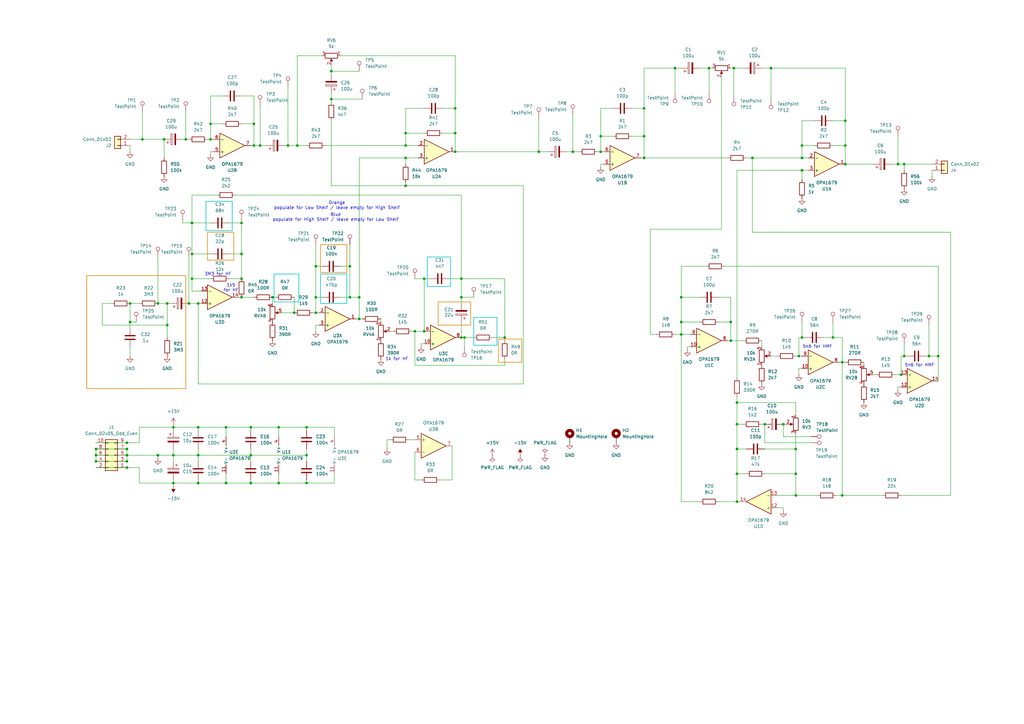
<source format=kicad_sch>
(kicad_sch (version 20231120) (generator "eeschema") (generator_version "8.0")
  (paper "A3")
  (title_block (title "Purrtico M") (date "2024-08-03") (rev "01") (company "Greybox Audio"))
  (junction (at 341.63 138.43))
  (junction (at 121.92 59.69))
  (junction (at 104.14 59.69))
  (junction (at 135.89 40.64))
  (junction (at 99.06 104.14))
  (junction (at 106.68 59.69))
  (junction (at 53.34 124.46))
  (junction (at 81.28 186.69))
  (junction (at 326.39 194.31))
  (junction (at 77.47 124.46))
  (junction (at 166.37 59.69))
  (junction (at 147.32 130.81))
  (junction (at 86.36 57.15))
  (junction (at 234.95 62.23))
  (junction (at 186.69 54.61))
  (junction (at 328.93 64.77))
  (junction (at 313.69 173.99))
  (junction (at 173.99 114.3))
  (junction (at 52.07 186.69))
  (junction (at 246.38 55.88))
  (junction (at 170.18 135.89))
  (junction (at 264.16 64.77))
  (junction (at 143.51 121.92))
  (junction (at 143.51 109.22))
  (junction (at 299.72 139.7))
  (junction (at 264.16 55.88))
  (junction (at 189.23 121.92))
  (junction (at 68.58 133.35))
  (junction (at 302.26 184.15))
  (junction (at 125.73 186.69))
  (junction (at 328.93 69.85))
  (junction (at 299.72 132.08))
  (junction (at 346.71 67.31))
  (junction (at 67.31 57.15))
  (junction (at 316.23 27.94))
  (junction (at 302.26 173.99))
  (junction (at 39.37 184.15))
  (junction (at 326.39 184.15))
  (junction (at 279.4 121.92))
  (junction (at 102.87 175.26))
  (junction (at 118.11 59.69))
  (junction (at 302.26 205.74))
  (junction (at 129.54 128.27))
  (junction (at 102.87 198.12))
  (junction (at 125.73 198.12))
  (junction (at 300.99 27.94))
  (junction (at 186.69 44.45))
  (junction (at 71.12 175.26))
  (junction (at 370.84 146.05))
  (junction (at 114.3 198.12))
  (junction (at 279.4 132.08))
  (junction (at 52.07 184.15))
  (junction (at 68.58 124.46))
  (junction (at 58.42 57.15))
  (junction (at 78.74 114.3))
  (junction (at 76.2 57.15))
  (junction (at 327.66 146.05))
  (junction (at 381 146.05))
  (junction (at 120.65 128.27))
  (junction (at 220.98 62.23))
  (junction (at 129.54 121.92))
  (junction (at 326.39 203.2))
  (junction (at 111.76 121.92))
  (junction (at 86.36 50.8))
  (junction (at 71.12 198.12))
  (junction (at 92.71 175.26))
  (junction (at 78.74 91.44))
  (junction (at 104.14 50.8))
  (junction (at 99.06 121.92))
  (junction (at 321.31 173.99))
  (junction (at 186.69 62.23))
  (junction (at 264.16 44.45))
  (junction (at 52.07 189.23))
  (junction (at 92.71 198.12))
  (junction (at 125.73 175.26))
  (junction (at 384.81 146.05))
  (junction (at 279.4 137.16))
  (junction (at 328.93 138.43))
  (junction (at 290.83 27.94))
  (junction (at 345.44 148.59))
  (junction (at 370.84 67.31))
  (junction (at 190.5 138.43))
  (junction (at 328.93 59.69))
  (junction (at 64.77 186.69))
  (junction (at 52.07 181.61))
  (junction (at 99.06 91.44))
  (junction (at 369.57 153.67))
  (junction (at 52.07 191.77))
  (junction (at 81.28 175.26))
  (junction (at 78.74 104.14))
  (junction (at 346.71 49.53))
  (junction (at 166.37 64.77))
  (junction (at 166.37 54.61))
  (junction (at 346.71 59.69))
  (junction (at 71.12 186.69))
  (junction (at 81.28 198.12))
  (junction (at 276.86 27.94))
  (junction (at 129.54 109.22))
  (junction (at 99.06 114.3))
  (junction (at 39.37 189.23))
  (junction (at 102.87 186.69))
  (junction (at 368.3 67.31))
  (junction (at 81.28 124.46))
  (junction (at 189.23 138.43))
  (junction (at 64.77 124.46))
  (junction (at 114.3 175.26))
  (junction (at 189.23 114.3))
  (junction (at 166.37 76.2))
  (junction (at 53.34 132.08))
  (junction (at 173.99 135.89))
  (junction (at 246.38 62.23))
  (junction (at 207.01 138.43))
  (junction (at 147.32 121.92))
  (junction (at 302.26 194.31))
  (junction (at 345.44 203.2))
  (junction (at 308.61 64.77))
  (junction (at 39.37 186.69))
  (junction (at 135.89 29.21))
  (junction (at 302.26 165.1))
  (wire (pts (xy 302.26 184.15) (xy 306.07 184.15)))
  (wire (pts (xy 326.39 184.15) (xy 326.39 194.31)))
  (wire (pts (xy 334.01 59.69) (xy 328.93 59.69)))
  (wire (pts (xy 358.14 153.67) (xy 359.41 153.67)))
  (wire (pts (xy 170.18 114.3) (xy 173.99 114.3)))
  (wire (pts (xy 57.15 175.26) (xy 57.15 181.61)))
  (wire (pts (xy 299.72 139.7) (xy 304.8 139.7)))
  (wire (pts (xy 135.89 40.64) (xy 135.89 41.91)))
  (wire (pts (xy 251.46 44.45) (xy 246.38 44.45)))
  (wire (pts (xy 189.23 121.92) (xy 194.31 121.92)))
  (wire (pts (xy 168.91 135.89) (xy 170.18 135.89)))
  (wire (pts (xy 186.69 62.23) (xy 220.98 62.23)))
  (wire (pts (xy 369.57 158.75) (xy 368.3 158.75)))
  (wire (pts (xy 121.92 59.69) (xy 125.73 59.69)))
  (wire (pts (xy 341.63 49.53) (xy 346.71 49.53)))
  (wire (pts (xy 328.93 151.13) (xy 327.66 151.13)))
  (wire (pts (xy 57.15 191.77) (xy 52.07 191.77)))
  (wire (pts (xy 327.66 138.43) (xy 328.93 138.43)))
  (wire (pts (xy 121.92 22.86) (xy 121.92 59.69)))
  (wire (pts (xy 58.42 45.72) (xy 58.42 57.15)))
  (wire (pts (xy 166.37 44.45) (xy 166.37 54.61)))
  (wire (pts (xy 189.23 80.01) (xy 96.52 80.01)))
  (wire (pts (xy 279.4 121.92) (xy 287.02 121.92)))
  (wire (pts (xy 77.47 105.41) (xy 77.47 124.46)))
  (wire (pts (xy 64.77 186.69) (xy 64.77 187.96)))
  (wire (pts (xy 173.99 44.45) (xy 166.37 44.45)))
  (wire (pts (xy 52.07 184.15) (xy 52.07 186.69)))
  (wire (pts (xy 370.84 140.97) (xy 370.84 146.05)))
  (wire (pts (xy 279.4 137.16) (xy 283.21 137.16)))
  (wire (pts (xy 166.37 76.2) (xy 214.63 76.2)))
  (wire (pts (xy 266.7 137.16) (xy 269.24 137.16)))
  (wire (pts (xy 78.74 114.3) (xy 86.36 114.3)))
  (wire (pts (xy 41.91 124.46) (xy 41.91 133.35)))
  (wire (pts (xy 148.59 130.81) (xy 147.32 130.81)))
  (wire (pts (xy 302.26 162.56) (xy 302.26 165.1)))
  (wire (pts (xy 312.42 139.7) (xy 312.42 142.24)))
  (wire (pts (xy 379.73 146.05) (xy 381 146.05)))
  (wire (pts (xy 294.64 121.92) (xy 299.72 121.92)))
  (wire (pts (xy 87.63 62.23) (xy 86.36 62.23)))
  (wire (pts (xy 114.3 179.07) (xy 114.3 175.26)))
  (wire (pts (xy 139.7 22.86) (xy 186.69 22.86)))
  (wire (pts (xy 368.3 158.75) (xy 368.3 160.02)))
  (wire (pts (xy 99.06 121.92) (xy 104.14 121.92)))
  (wire (pts (xy 346.71 49.53) (xy 346.71 59.69)))
  (wire (pts (xy 370.84 146.05) (xy 372.11 146.05)))
  (wire (pts (xy 381 133.35) (xy 381 146.05)))
  (wire (pts (xy 99.06 104.14) (xy 99.06 114.3)))
  (wire (pts (xy 328.93 132.08) (xy 328.93 138.43)))
  (wire (pts (xy 148.59 40.64) (xy 135.89 40.64)))
  (wire (pts (xy 81.28 176.53) (xy 81.28 175.26)))
  (wire (pts (xy 345.44 203.2) (xy 345.44 148.59)))
  (wire (pts (xy 57.15 198.12) (xy 57.15 191.77)))
  (wire (pts (xy 189.23 80.01) (xy 189.23 114.3)))
  (wire (pts (xy 321.31 173.99) (xy 322.58 173.99)))
  (wire (pts (xy 264.16 27.94) (xy 276.86 27.94)))
  (wire (pts (xy 302.26 184.15) (xy 302.26 194.31)))
  (wire (pts (xy 266.7 93.98) (xy 295.91 93.98)))
  (wire (pts (xy 346.71 59.69) (xy 346.71 67.31)))
  (wire (pts (xy 71.12 186.69) (xy 71.12 184.15)))
  (wire (pts (xy 74.93 57.15) (xy 76.2 57.15)))
  (wire (pts (xy 328.93 138.43) (xy 330.2 138.43)))
  (wire (pts (xy 170.18 135.89) (xy 173.99 135.89)))
  (wire (pts (xy 102.87 186.69) (xy 125.73 186.69)))
  (wire (pts (xy 303.53 205.74) (xy 302.26 205.74)))
  (wire (pts (xy 106.68 59.69) (xy 109.22 59.69)))
  (wire (pts (xy 328.93 73.66) (xy 328.93 69.85)))
  (wire (pts (xy 368.3 55.88) (xy 368.3 67.31)))
  (wire (pts (xy 53.34 142.24) (xy 53.34 146.05)))
  (wire (pts (xy 39.37 184.15) (xy 39.37 186.69)))
  (wire (pts (xy 81.28 184.15) (xy 81.28 186.69)))
  (wire (pts (xy 184.15 114.3) (xy 189.23 114.3)))
  (wire (pts (xy 166.37 76.2) (xy 135.89 76.2)))
  (wire (pts (xy 85.09 57.15) (xy 86.36 57.15)))
  (wire (pts (xy 326.39 203.2) (xy 318.77 203.2)))
  (wire (pts (xy 180.34 196.85) (xy 185.42 196.85)))
  (wire (pts (xy 68.58 124.46) (xy 68.58 133.35)))
  (wire (pts (xy 346.71 27.94) (xy 346.71 49.53)))
  (wire (pts (xy 279.4 121.92) (xy 279.4 132.08)))
  (wire (pts (xy 173.99 140.97) (xy 172.72 140.97)))
  (wire (pts (xy 326.39 170.18) (xy 326.39 165.1)))
  (wire (pts (xy 125.73 176.53) (xy 125.73 175.26)))
  (wire (pts (xy 147.32 130.81) (xy 147.32 121.92)))
  (wire (pts (xy 78.74 104.14) (xy 78.74 114.3)))
  (wire (pts (xy 299.72 132.08) (xy 299.72 139.7)))
  (wire (pts (xy 76.2 45.72) (xy 76.2 57.15)))
  (wire (pts (xy 64.77 105.41) (xy 64.77 124.46)))
  (wire (pts (xy 302.26 165.1) (xy 302.26 173.99)))
  (wire (pts (xy 262.89 64.77) (xy 264.16 64.77)))
  (wire (pts (xy 120.65 121.92) (xy 120.65 128.27)))
  (wire (pts (xy 113.03 121.92) (xy 111.76 121.92)))
  (wire (pts (xy 346.71 59.69) (xy 341.63 59.69)))
  (wire (pts (xy 295.91 93.98) (xy 295.91 31.75)))
  (wire (pts (xy 326.39 203.2) (xy 335.28 203.2)))
  (wire (pts (xy 78.74 91.44) (xy 78.74 104.14)))
  (wire (pts (xy 114.3 194.31) (xy 114.3 198.12)))
  (wire (pts (xy 104.14 39.37) (xy 104.14 50.8)))
  (wire (pts (xy 328.93 49.53) (xy 328.93 59.69)))
  (wire (pts (xy 306.07 64.77) (xy 308.61 64.77)))
  (wire (pts (xy 365.76 67.31) (xy 368.3 67.31)))
  (wire (pts (xy 129.54 133.35) (xy 129.54 135.89)))
  (wire (pts (xy 78.74 80.01) (xy 88.9 80.01)))
  (wire (pts (xy 86.36 62.23) (xy 86.36 63.5)))
  (wire (pts (xy 166.37 64.77) (xy 171.45 64.77)))
  (wire (pts (xy 52.07 186.69) (xy 52.07 189.23)))
  (wire (pts (xy 97.79 121.92) (xy 99.06 121.92)))
  (wire (pts (xy 300.99 27.94) (xy 304.8 27.94)))
  (wire (pts (xy 279.4 132.08) (xy 287.02 132.08)))
  (wire (pts (xy 102.87 184.15) (xy 102.87 186.69)))
  (wire (pts (xy 344.17 148.59) (xy 345.44 148.59)))
  (wire (pts (xy 116.84 59.69) (xy 118.11 59.69)))
  (wire (pts (xy 384.81 109.22) (xy 297.18 109.22)))
  (wire (pts (xy 283.21 142.24) (xy 281.94 142.24)))
  (wire (pts (xy 246.38 67.31) (xy 246.38 68.58)))
  (wire (pts (xy 170.18 185.42) (xy 170.18 196.85)))
  (wire (pts (xy 346.71 67.31) (xy 358.14 67.31)))
  (wire (pts (xy 86.36 50.8) (xy 91.44 50.8)))
  (wire (pts (xy 81.28 186.69) (xy 81.28 189.23)))
  (wire (pts (xy 245.11 62.23) (xy 246.38 62.23)))
  (wire (pts (xy 246.38 62.23) (xy 247.65 62.23)))
  (wire (pts (xy 99.06 114.3) (xy 93.98 114.3)))
  (wire (pts (xy 381 146.05) (xy 384.81 146.05)))
  (wire (pts (xy 99.06 50.8) (xy 104.14 50.8)))
  (wire (pts (xy 160.02 135.89) (xy 161.29 135.89)))
  (wire (pts (xy 71.12 198.12) (xy 81.28 198.12)))
  (wire (pts (xy 389.89 203.2) (xy 389.89 95.25)))
  (wire (pts (xy 368.3 67.31) (xy 370.84 67.31)))
  (wire (pts (xy 247.65 67.31) (xy 246.38 67.31)))
  (wire (pts (xy 81.28 124.46) (xy 81.28 157.48)))
  (wire (pts (xy 276.86 38.1) (xy 276.86 27.94)))
  (wire (pts (xy 290.83 27.94) (xy 287.02 27.94)))
  (wire (pts (xy 332.74 179.07) (xy 321.31 179.07)))
  (wire (pts (xy 125.73 196.85) (xy 125.73 198.12)))
  (wire (pts (xy 176.53 114.3) (xy 173.99 114.3)))
  (wire (pts (xy 166.37 67.31) (xy 166.37 64.77)))
  (wire (pts (xy 57.15 198.12) (xy 71.12 198.12)))
  (wire (pts (xy 125.73 184.15) (xy 125.73 186.69)))
  (wire (pts (xy 232.41 62.23) (xy 234.95 62.23)))
  (wire (pts (xy 326.39 194.31) (xy 313.69 194.31)))
  (wire (pts (xy 207.01 147.32) (xy 207.01 149.86)))
  (wire (pts (xy 246.38 55.88) (xy 246.38 62.23)))
  (wire (pts (xy 264.16 44.45) (xy 264.16 55.88)))
  (wire (pts (xy 186.69 22.86) (xy 186.69 44.45)))
  (wire (pts (xy 302.26 69.85) (xy 302.26 154.94)))
  (wire (pts (xy 308.61 95.25) (xy 308.61 64.77)))
  (wire (pts (xy 68.58 133.35) (xy 68.58 138.43)))
  (wire (pts (xy 327.66 146.05) (xy 328.93 146.05)))
  (wire (pts (xy 129.54 128.27) (xy 130.81 128.27)))
  (wire (pts (xy 114.3 175.26) (xy 125.73 175.26)))
  (wire (pts (xy 99.06 91.44) (xy 99.06 104.14)))
  (wire (pts (xy 181.61 44.45) (xy 186.69 44.45)))
  (wire (pts (xy 367.03 153.67) (xy 369.57 153.67)))
  (wire (pts (xy 370.84 67.31) (xy 370.84 69.85)))
  (wire (pts (xy 172.72 140.97) (xy 172.72 142.24)))
  (wire (pts (xy 86.36 91.44) (xy 78.74 91.44)))
  (wire (pts (xy 264.16 27.94) (xy 264.16 44.45)))
  (wire (pts (xy 57.15 181.61) (xy 52.07 181.61)))
  (wire (pts (xy 207.01 114.3) (xy 207.01 138.43)))
  (wire (pts (xy 313.69 181.61) (xy 313.69 173.99)))
  (wire (pts (xy 92.71 194.31) (xy 92.71 198.12)))
  (wire (pts (xy 326.39 177.8) (xy 326.39 184.15)))
  (wire (pts (xy 189.23 121.92) (xy 189.23 124.46)))
  (wire (pts (xy 133.35 59.69) (xy 166.37 59.69)))
  (wire (pts (xy 246.38 44.45) (xy 246.38 55.88)))
  (wire (pts (xy 170.18 135.89) (xy 170.18 149.86)))
  (wire (pts (xy 53.34 57.15) (xy 58.42 57.15)))
  (wire (pts (xy 234.95 46.99) (xy 234.95 62.23)))
  (wire (pts (xy 81.28 157.48) (xy 214.63 157.48)))
  (wire (pts (xy 186.69 54.61) (xy 186.69 62.23)))
  (wire (pts (xy 147.32 64.77) (xy 147.32 121.92)))
  (wire (pts (xy 312.42 173.99) (xy 313.69 173.99)))
  (wire (pts (xy 143.51 121.92) (xy 147.32 121.92)))
  (wire (pts (xy 92.71 198.12) (xy 81.28 198.12)))
  (wire (pts (xy 53.34 134.62) (xy 53.34 132.08)))
  (wire (pts (xy 135.89 76.2) (xy 135.89 49.53)))
  (wire (pts (xy 139.7 109.22) (xy 143.51 109.22)))
  (wire (pts (xy 53.34 132.08) (xy 55.88 132.08)))
  (wire (pts (xy 207.01 138.43) (xy 207.01 139.7)))
  (wire (pts (xy 334.01 49.53) (xy 328.93 49.53)))
  (wire (pts (xy 299.72 27.94) (xy 300.99 27.94)))
  (wire (pts (xy 306.07 194.31) (xy 302.26 194.31)))
  (wire (pts (xy 111.76 121.92) (xy 111.76 124.46)))
  (wire (pts (xy 190.5 138.43) (xy 190.5 142.24)))
  (wire (pts (xy 246.38 55.88) (xy 251.46 55.88)))
  (wire (pts (xy 264.16 55.88) (xy 264.16 64.77)))
  (wire (pts (xy 57.15 175.26) (xy 71.12 175.26)))
  (wire (pts (xy 104.14 39.37) (xy 99.06 39.37)))
  (wire (pts (xy 71.12 173.99) (xy 71.12 175.26)))
  (wire (pts (xy 81.28 186.69) (xy 102.87 186.69)))
  (wire (pts (xy 71.12 175.26) (xy 81.28 175.26)))
  (wire (pts (xy 207.01 114.3) (xy 189.23 114.3)))
  (wire (pts (xy 279.4 132.08) (xy 279.4 137.16)))
  (wire (pts (xy 384.81 146.05) (xy 384.81 156.21)))
  (wire (pts (xy 92.71 198.12) (xy 102.87 198.12)))
  (wire (pts (xy 185.42 196.85) (xy 185.42 182.88)))
  (wire (pts (xy 102.87 176.53) (xy 102.87 175.26)))
  (wire (pts (xy 39.37 191.77) (xy 52.07 191.77)))
  (wire (pts (xy 64.77 124.46) (xy 68.58 124.46)))
  (wire (pts (xy 39.37 186.69) (xy 39.37 189.23)))
  (wire (pts (xy 201.93 138.43) (xy 207.01 138.43)))
  (wire (pts (xy 189.23 132.08) (xy 189.23 138.43)))
  (wire (pts (xy 341.63 132.08) (xy 341.63 138.43)))
  (wire (pts (xy 337.82 138.43) (xy 341.63 138.43)))
  (wire (pts (xy 92.71 175.26) (xy 81.28 175.26)))
  (wire (pts (xy 135.89 38.1) (xy 135.89 40.64)))
  (wire (pts (xy 143.51 109.22) (xy 143.51 121.92)))
  (wire (pts (xy 167.64 180.34) (xy 170.18 180.34)))
  (wire (pts (xy 194.31 138.43) (xy 190.5 138.43)))
  (wire (pts (xy 41.91 133.35) (xy 68.58 133.35)))
  (wire (pts (xy 78.74 114.3) (xy 78.74 119.38)))
  (wire (pts (xy 129.54 100.33) (xy 129.54 109.22)))
  (wire (pts (xy 114.3 198.12) (xy 125.73 198.12)))
  (wire (pts (xy 186.69 44.45) (xy 186.69 54.61)))
  (wire (pts (xy 332.74 181.61) (xy 313.69 181.61)))
  (wire (pts (xy 39.37 184.15) (xy 52.07 184.15)))
  (wire (pts (xy 86.36 50.8) (xy 86.36 57.15)))
  (wire (pts (xy 86.36 57.15) (xy 87.63 57.15)))
  (wire (pts (xy 135.89 29.21) (xy 147.32 29.21)))
  (wire (pts (xy 328.93 64.77) (xy 331.47 64.77)))
  (wire (pts (xy 135.89 26.67) (xy 135.89 29.21)))
  (wire (pts (xy 137.16 175.26) (xy 125.73 175.26)))
  (wire (pts (xy 58.42 57.15) (xy 67.31 57.15)))
  (wire (pts (xy 173.99 114.3) (xy 173.99 135.89)))
  (wire (pts (xy 53.34 124.46) (xy 53.34 132.08)))
  (wire (pts (xy 326.39 165.1) (xy 302.26 165.1)))
  (wire (pts (xy 147.32 64.77) (xy 166.37 64.77)))
  (wire (pts (xy 52.07 186.69) (xy 64.77 186.69)))
  (wire (pts (xy 220.98 62.23) (xy 224.79 62.23)))
  (wire (pts (xy 143.51 100.33) (xy 143.51 109.22)))
  (wire (pts (xy 125.73 186.69) (xy 125.73 189.23)))
  (wire (pts (xy 166.37 59.69) (xy 171.45 59.69)))
  (wire (pts (xy 146.05 130.81) (xy 147.32 130.81)))
  (wire (pts (xy 139.7 121.92) (xy 143.51 121.92)))
  (wire (pts (xy 39.37 181.61) (xy 52.07 181.61)))
  (wire (pts (xy 170.18 196.85) (xy 172.72 196.85)))
  (wire (pts (xy 189.23 114.3) (xy 189.23 121.92)))
  (wire (pts (xy 121.92 22.86) (xy 132.08 22.86)))
  (wire (pts (xy 327.66 146.05) (xy 327.66 138.43)))
  (wire (pts (xy 302.26 69.85) (xy 328.93 69.85)))
  (wire (pts (xy 186.69 54.61) (xy 181.61 54.61)))
  (wire (pts (xy 71.12 186.69) (xy 71.12 189.23)))
  (wire (pts (xy 264.16 64.77) (xy 298.45 64.77)))
  (wire (pts (xy 326.39 194.31) (xy 326.39 203.2)))
  (wire (pts (xy 389.89 95.25) (xy 308.61 95.25)))
  (wire (pts (xy 318.77 208.28) (xy 321.31 208.28)))
  (wire (pts (xy 129.54 109.22) (xy 129.54 121.92)))
  (wire (pts (xy 118.11 35.56) (xy 118.11 59.69)))
  (wire (pts (xy 53.34 59.69) (xy 53.34 62.23)))
  (wire (pts (xy 341.63 138.43) (xy 345.44 138.43)))
  (wire (pts (xy 326.39 184.15) (xy 313.69 184.15)))
  (wire (pts (xy 102.87 186.69) (xy 102.87 189.23)))
  (wire (pts (xy 71.12 186.69) (xy 81.28 186.69)))
  (wire (pts (xy 137.16 179.07) (xy 137.16 175.26)))
  (wire (pts (xy 369.57 146.05) (xy 370.84 146.05)))
  (wire (pts (xy 115.57 128.27) (xy 120.65 128.27)))
  (wire (pts (xy 156.21 130.81) (xy 156.21 132.08)))
  (wire (pts (xy 158.75 180.34) (xy 158.75 184.15)))
  (wire (pts (xy 106.68 43.18) (xy 106.68 59.69)))
  (wire (pts (xy 220.98 48.26) (xy 220.98 62.23)))
  (wire (pts (xy 45.72 124.46) (xy 41.91 124.46)))
  (wire (pts (xy 287.02 205.74) (xy 279.4 205.74)))
  (wire (pts (xy 316.23 27.94) (xy 312.42 27.94)))
  (wire (pts (xy 321.31 179.07) (xy 321.31 173.99)))
  (wire (pts (xy 300.99 39.37) (xy 300.99 27.94)))
  (wire (pts (xy 266.7 137.16) (xy 266.7 93.98)))
  (wire (pts (xy 135.89 29.21) (xy 135.89 30.48)))
  (wire (pts (xy 170.18 149.86) (xy 207.01 149.86)))
  (wire (pts (xy 102.87 196.85) (xy 102.87 198.12)))
  (wire (pts (xy 128.27 128.27) (xy 129.54 128.27)))
  (wire (pts (xy 279.4 137.16) (xy 279.4 205.74)))
  (wire (pts (xy 137.16 194.31) (xy 137.16 198.12)))
  (wire (pts (xy 102.87 175.26) (xy 114.3 175.26)))
  (wire (pts (xy 264.16 44.45) (xy 259.08 44.45)))
  (wire (pts (xy 166.37 54.61) (xy 166.37 59.69)))
  (wire (pts (xy 39.37 186.69) (xy 52.07 186.69)))
  (wire (pts (xy 190.5 138.43) (xy 189.23 138.43)))
  (wire (pts (xy 354.33 148.59) (xy 354.33 149.86)))
  (wire (pts (xy 68.58 124.46) (xy 69.85 124.46)))
  (wire (pts (xy 328.93 69.85) (xy 331.47 69.85)))
  (wire (pts (xy 102.87 59.69) (xy 104.14 59.69)))
  (wire (pts (xy 299.72 132.08) (xy 294.64 132.08)))
  (wire (pts (xy 327.66 151.13) (xy 327.66 153.67)))
  (wire (pts (xy 281.94 142.24) (xy 281.94 143.51)))
  (wire (pts (xy 130.81 133.35) (xy 129.54 133.35)))
  (wire (pts (xy 67.31 57.15) (xy 67.31 64.77)))
  (wire (pts (xy 259.08 55.88) (xy 264.16 55.88)))
  (wire (pts (xy 370.84 67.31) (xy 382.27 67.31)))
  (wire (pts (xy 321.31 208.28) (xy 321.31 209.55)))
  (wire (pts (xy 302.26 173.99) (xy 302.26 184.15)))
  (wire (pts (xy 64.77 186.69) (xy 71.12 186.69)))
  (wire (pts (xy 78.74 104.14) (xy 86.36 104.14)))
  (wire (pts (xy 118.11 59.69) (xy 121.92 59.69)))
  (wire (pts (xy 166.37 54.61) (xy 173.99 54.61)))
  (wire (pts (xy 166.37 74.93) (xy 166.37 76.2)))
  (wire (pts (xy 276.86 137.16) (xy 279.4 137.16)))
  (wire (pts (xy 71.12 175.26) (xy 71.12 176.53)))
  (wire (pts (xy 279.4 109.22) (xy 279.4 121.92)))
  (wire (pts (xy 114.3 198.12) (xy 102.87 198.12)))
  (wire (pts (xy 92.71 179.07) (xy 92.71 175.26)))
  (wire (pts (xy 77.47 124.46) (xy 81.28 124.46)))
  (wire (pts (xy 92.71 175.26) (xy 102.87 175.26)))
  (wire (pts (xy 129.54 128.27) (xy 129.54 121.92)))
  (wire (pts (xy 91.44 39.37) (xy 86.36 39.37)))
  (wire (pts (xy 99.06 90.17) (xy 99.06 91.44)))
  (wire (pts (xy 74.93 91.44) (xy 74.93 90.17)))
  (wire (pts (xy 346.71 27.94) (xy 316.23 27.94)))
  (wire (pts (xy 290.83 27.94) (xy 290.83 38.1)))
  (wire (pts (xy 39.37 189.23) (xy 52.07 189.23)))
  (wire (pts (xy 82.55 124.46) (xy 81.28 124.46)))
  (wire (pts (xy 346.71 148.59) (xy 345.44 148.59)))
  (wire (pts (xy 86.36 39.37) (xy 86.36 50.8)))
  (wire (pts (xy 292.1 27.94) (xy 290.83 27.94)))
  (wire (pts (xy 129.54 121.92) (xy 132.08 121.92)))
  (wire (pts (xy 302.26 173.99) (xy 304.8 173.99)))
  (wire (pts (xy 328.93 59.69) (xy 328.93 64.77)))
  (wire (pts (xy 129.54 109.22) (xy 132.08 109.22)))
  (wire (pts (xy 316.23 146.05) (xy 318.77 146.05)))
  (wire (pts (xy 345.44 203.2) (xy 361.95 203.2)))
  (wire (pts (xy 326.39 146.05) (xy 327.66 146.05)))
  (wire (pts (xy 76.2 57.15) (xy 77.47 57.15)))
  (wire (pts (xy 125.73 198.12) (xy 137.16 198.12)))
  (wire (pts (xy 345.44 148.59) (xy 345.44 138.43)))
  (wire (pts (xy 276.86 27.94) (xy 279.4 27.94)))
  (wire (pts (xy 160.02 180.34) (xy 158.75 180.34)))
  (wire (pts (xy 104.14 59.69) (xy 106.68 59.69)))
  (wire (pts (xy 299.72 121.92) (xy 299.72 132.08)))
  (wire (pts (xy 302.26 194.31) (xy 302.26 205.74)))
  (wire (pts (xy 298.45 139.7) (xy 299.72 139.7)))
  (wire (pts (xy 74.93 91.44) (xy 78.74 91.44)))
  (wire (pts (xy 279.4 109.22) (xy 289.56 109.22)))
  (wire (pts (xy 342.9 203.2) (xy 345.44 203.2)))
  (wire (pts (xy 71.12 198.12) (xy 71.12 199.39)))
  (wire (pts (xy 104.14 50.8) (xy 104.14 59.69)))
  (wire (pts (xy 81.28 196.85) (xy 81.28 198.12)))
  (wire (pts (xy 93.98 104.14) (xy 99.06 104.14)))
  (wire (pts (xy 78.74 80.01) (xy 78.74 91.44)))
  (wire (pts (xy 71.12 196.85) (xy 71.12 198.12)))
  (wire (pts (xy 234.95 62.23) (xy 237.49 62.23)))
  (wire (pts (xy 316.23 27.94) (xy 316.23 40.64)))
  (wire (pts (xy 302.26 205.74) (xy 294.64 205.74)))
  (wire (pts (xy 308.61 64.77) (xy 328.93 64.77)))
  (wire (pts (xy 384.81 109.22) (xy 384.81 146.05)))
  (wire (pts (xy 78.74 119.38) (xy 82.55 119.38)))
  (wire (pts (xy 53.34 124.46) (xy 57.15 124.46)))
  (wire (pts (xy 369.57 146.05) (xy 369.57 153.67)))
  (wire (pts (xy 214.63 157.48) (xy 214.63 76.2)))
  (wire (pts (xy 382.27 69.85) (xy 382.27 72.39)))
  (wire (pts (xy 369.57 203.2) (xy 389.89 203.2)))
  (wire (pts (xy 93.98 91.44) (xy 99.06 91.44)))
  (rectangle (start 35.56 113.03) (end 76.2 159.385) (stroke (width 0.254) (color 221 133 0 1)))
  (rectangle (start 194.31 130.175) (end 203.835 141.605) (stroke (width 0.254) (color 0 194 194 1)))
  (rectangle (start 85.09 95.25) (end 95.885 106.68) (stroke (width 0.254) (color 221 133 0 1)))
  (rectangle (start 179.705 123.825) (end 193.04 133.35) (stroke (width 0.254) (color 221 133 0 1)))
  (rectangle (start 204.47 139.065) (end 213.995 148.59) (stroke (width 0.254) (color 221 133 0 1)))
  (rectangle (start 84.455 82.55) (end 95.25 94.615) (stroke (width 0.254) (color 0 194 194 1)))
  (rectangle (start 131.445 112.395) (end 142.24 124.46) (stroke (width 0.254) (color 0 194 194 1)))
  (rectangle (start 112.395 112.395) (end 122.555 123.825) (stroke (width 0.254) (color 0 194 194 1)))
  (rectangle (start 175.26 105.41) (end 184.785 117.475) (stroke (width 0.254) (color 0 194 194 1)))
  (rectangle (start 131.445 100.33) (end 142.24 111.76) (stroke (width 0.254) (color 221 133 0 1)))
  (text "5n6 for HMF" (at 377.19 149.86 0) (effects (font (size 1.27 1.27))))
  (text "1k for HF" (at 162.814 147.32 0) (effects (font (size 1.27 1.27))))
  (text "3M3 for HF" (at 89.408 112.522 0) (effects (font (size 1.27 1.27))))
  (text "1k5\nfor HF" (at 94.742 118.11 0) (effects (font (size 1.27 1.27))))
  (text "Orange\npopulate for Low Shelf / leave empty for High Shelf" (at 138.176 84.328 0) (effects (font (size 1.27 1.27))))
  (text "5n6 for HMF" (at 335.28 142.24 0) (effects (font (size 1.27 1.27))))
  (text "Blue\npopulate for High Shelf / leave empty for Low Shelf" (at 137.668 89.154 0) (effects (font (size 1.27 1.27))))
  (symbol (lib_id "power:PWR_FLAG") (at 201.93 186.69 0) (mirror x) (unit 1)
    (property "Reference" "#FLG01" (effects (hide yes)))
    (property "Value" "PWR_FLAG" (at 201.93 191.77 0))
    (property "Description" "Special symbol for telling ERC where power comes from" (effects (hide yes)))
  )
  (symbol (lib_id "Device:R") (at 198.12 138.43 270) (unit 1)
    (property "Reference" "R51" (at 198.12 132.08 90))
    (property "Value" "0R" (at 198.12 134.62 90))
    (property "Footprint" "Resistor_SMD:R_1206_3216Metric" (effects (hide yes)))
    (property "Description" "Resistor" (effects (hide yes)))
  )
  (symbol (lib_id "Device:C_Polarized") (at 135.89 34.29 180) (unit 1)
    (property "Reference" "C26" (at 139.7 33.9089 0) (effects (justify right)))
    (property "Value" "100u" (at 139.7 36.4489 0) (effects (justify right)))
    (property "Footprint" "Capacitor_THT:CP_Radial_D6.3mm_P2.50mm" (effects (hide yes)))
    (property "Description" "Polarized capacitor" (effects (hide yes)))
  )
  (symbol (lib_id "Device:R") (at 92.71 80.01 90) (unit 1)
    (property "Reference" "R25" (at 92.71 73.66 90))
    (property "Value" "2k2" (at 92.71 76.2 90))
    (property "Footprint" "Resistor_SMD:R_1206_3216Metric" (effects (hide yes)))
    (property "Description" "Resistor" (effects (hide yes)))
  )
  (symbol (lib_id "Connector:TestPoint") (at 129.54 100.33 0) (mirror y) (unit 1) (in_bom no)
    (property "Reference" "TP21" (at 127 95.7579 0) (effects (justify left)))
    (property "Value" "TestPoint" (at 127 98.2979 0) (effects (justify left)))
    (property "Footprint" "TestPoint:TestPoint_THTPad_D1.0mm_Drill0.5mm" (effects (hide yes)))
    (property "Description" "test point" (effects (hide yes)))
  )
  (symbol (lib_id "Device:R_Potentiometer") (at 295.91 27.94 270) (unit 1)
    (property "Reference" "RV1" (at 295.91 21.59 90))
    (property "Value" "5k" (at 295.91 24.13 90))
    (property "Footprint" "Connector_PinHeader_2.54mm:PinHeader_1x03_P2.54mm_Vertical" (effects (hide yes)))
    (property "Description" "Potentiometer" (effects (hide yes)))
  )
  (symbol (lib_id "Connector:TestPoint") (at 76.2 45.72 0) (mirror y) (unit 1) (in_bom no)
    (property "Reference" "TP2" (at 73.66 41.1479 0) (effects (justify left)))
    (property "Value" "TestPoint" (at 73.66 43.6879 0) (effects (justify left)))
    (property "Footprint" "TestPoint:TestPoint_THTPad_D1.0mm_Drill0.5mm" (effects (hide yes)))
    (property "Description" "test point" (effects (hide yes)))
  )
  (symbol (lib_id "Device:C") (at 135.89 109.22 90) (unit 1)
    (property "Reference" "C19" (at 135.89 101.6 90))
    (property "Value" "100n" (at 135.89 104.14 90))
    (property "Footprint" "Capacitor_THT:C_Rect_L7.2mm_W2.5mm_P5.00mm_FKS2_FKP2_MKS2_MKP2" (effects (hide yes)))
    (property "Description" "Unpolarized capacitor" (effects (hide yes)))
  )
  (symbol (lib_id "Connector:TestPoint") (at 106.68 43.18 0) (unit 1) (in_bom no)
    (property "Reference" "TP3" (at 109.22 38.6079 0) (effects (justify left)))
    (property "Value" "TestPoint" (at 109.22 41.1479 0) (effects (justify left)))
    (property "Footprint" "TestPoint:TestPoint_THTPad_D1.0mm_Drill0.5mm" (effects (hide yes)))
    (property "Description" "test point" (effects (hide yes)))
  )
  (symbol (lib_id "Device:C") (at 337.82 49.53 90) (unit 1)
    (property "Reference" "C4" (at 337.82 41.91 90))
    (property "Value" "100p" (at 337.82 44.45 90))
    (property "Footprint" "Capacitor_SMD:C_1206_3216Metric" (effects (hide yes)))
    (property "Description" "Unpolarized capacitor" (effects (hide yes)))
  )
  (symbol (lib_id "Device:R") (at 163.83 180.34 90) (unit 1)
    (property "Reference" "R27" (at 163.83 173.99 90))
    (property "Value" "0R" (at 163.83 176.53 90))
    (property "Footprint" "Resistor_SMD:R_1206_3216Metric" (effects (hide yes)))
    (property "Description" "Resistor" (effects (hide yes)))
  )
  (symbol (lib_id "Amplifier_Operational:OPA1679") (at 339.09 67.31 0) (mirror x) (unit 1)
    (property "Reference" "U1" (at 339.09 77.47 0))
    (property "Value" "OPA1679" (at 339.09 74.93 0))
    (property "Footprint" "Package_SO:SOIC-14_3.9x8.7mm_P1.27mm" (effects (hide yes)))
    (property "Datasheet" "http://www.ti.com/lit/ds/symlink/opa1678.pdf" (effects (hide yes)))
    (property "Description" "Low-Distortion Audio Operational Amplifiers, SOIC-14/TSSOP-14" (effects (hide yes)))
  )
  (symbol (lib_name "+15V_1") (lib_id "power:+15V") (at 71.12 173.99 0) (unit 1)
    (property "Reference" "#PWR018" (effects (hide yes)))
    (property "Value" "+15V" (at 71.12 168.656 0))
    (property "Description" "Power symbol creates a global label with name \"+15V\"" (effects (hide yes)))
  )
  (symbol (lib_name "GND_1") (lib_id "power:GND") (at 281.94 143.51 0) (unit 1)
    (property "Reference" "#PWR03" (effects (hide yes)))
    (property "Value" "GND" (at 281.94 148.59 0))
    (property "Description" "Power symbol creates a global label with name \"GND\" , ground" (effects (hide yes)))
  )
  (symbol (lib_id "Connector:TestPoint") (at 381 133.35 0) (mirror y) (unit 1) (in_bom no)
    (property "Reference" "TP29" (at 378.46 128.7779 0) (effects (justify left)))
    (property "Value" "TestPoint" (at 378.46 131.3179 0) (effects (justify left)))
    (property "Footprint" "TestPoint:TestPoint_THTPad_D1.0mm_Drill0.5mm" (effects (hide yes)))
    (property "Description" "test point" (effects (hide yes)))
  )
  (symbol (lib_id "Device:R") (at 255.27 55.88 90) (unit 1)
    (property "Reference" "R1" (at 255.27 49.53 90))
    (property "Value" "2k7" (at 255.27 52.07 90))
    (property "Footprint" "Resistor_SMD:R_1206_3216Metric" (effects (hide yes)))
    (property "Description" "Resistor" (effects (hide yes)))
  )
  (symbol (lib_name "GND_1") (lib_id "power:GND") (at 354.33 165.1 0) (mirror y) (unit 1)
    (property "Reference" "#PWR07" (effects (hide yes)))
    (property "Value" "GND" (at 354.33 170.18 0))
    (property "Description" "Power symbol creates a global label with name \"GND\" , ground" (effects (hide yes)))
  )
  (symbol (lib_id "Connector:TestPoint") (at 118.11 35.56 0) (mirror y) (unit 1) (in_bom no)
    (property "Reference" "TP4" (at 115.57 30.9879 0) (effects (justify left)))
    (property "Value" "TestPoint" (at 115.57 33.5279 0) (effects (justify left)))
    (property "Footprint" "TestPoint:TestPoint_THTPad_D1.0mm_Drill0.5mm" (effects (hide yes)))
    (property "Description" "test point" (effects (hide yes)))
  )
  (symbol (lib_id "Device:R") (at 129.54 59.69 90) (unit 1)
    (property "Reference" "R43" (at 129.54 53.34 90))
    (property "Value" "2k7" (at 129.54 55.88 90))
    (property "Footprint" "Resistor_SMD:R_1206_3216Metric" (effects (hide yes)))
    (property "Description" "Resistor" (effects (hide yes)))
  )
  (symbol (lib_name "GND_1") (lib_id "power:GND") (at 223.52 186.69 0) (unit 1)
    (property "Reference" "#PWR015" (effects (hide yes)))
    (property "Value" "GND" (at 223.52 191.77 0))
    (property "Description" "Power symbol creates a global label with name \"GND\" , ground" (effects (hide yes)))
  )
  (symbol (lib_name "GND_1") (lib_id "power:GND") (at 156.21 147.32 0) (mirror y) (unit 1)
    (property "Reference" "#PWR027" (effects (hide yes)))
    (property "Value" "GND" (at 156.21 152.4 0))
    (property "Description" "Power symbol creates a global label with name \"GND\" , ground" (effects (hide yes)))
  )
  (symbol (lib_id "Device:C") (at 180.34 114.3 90) (unit 1)
    (property "Reference" "C31" (at 180.34 106.68 90))
    (property "Value" "4n7" (at 180.34 109.22 90))
    (property "Footprint" "Capacitor_THT:C_Rect_L7.2mm_W2.5mm_P5.00mm_FKS2_FKP2_MKS2_MKP2" (effects (hide yes)))
    (property "Description" "Unpolarized capacitor" (effects (hide yes)))
  )
  (symbol (lib_id "Connector:TestPoint") (at 300.99 39.37 0) (mirror x) (unit 1) (in_bom no)
    (property "Reference" "TP11" (at 303.53 43.9421 0) (effects (justify left)))
    (property "Value" "TestPoint" (at 303.53 41.4021 0) (effects (justify left)))
    (property "Footprint" "TestPoint:TestPoint_THTPad_D1.0mm_Drill0.5mm" (effects (hide yes)))
    (property "Description" "test point" (effects (hide yes)))
  )
  (symbol (lib_id "Amplifier_Operational:OPA1679") (at 134.62 186.69 0) (mirror y) (unit 5)
    (property "Reference" "U3" (at 138.43 187.9601 0) (effects (justify right)))
    (property "Value" "OPA1679" (at 138.43 185.4201 0) (effects (justify right)))
    (property "Footprint" "Package_SO:SOIC-14_3.9x8.7mm_P1.27mm" (effects (hide yes)))
    (property "Datasheet" "http://www.ti.com/lit/ds/symlink/opa1678.pdf" (effects (hide yes)))
    (property "Description" "Low-Distortion Audio Operational Amplifiers, SOIC-14/TSSOP-14" (effects (hide yes)))
  )
  (symbol (lib_id "Device:R") (at 60.96 124.46 270) (unit 1)
    (property "Reference" "R22" (at 60.96 118.11 90))
    (property "Value" "3M3" (at 60.96 120.65 90))
    (property "Footprint" "Resistor_SMD:R_1206_3216Metric" (effects (hide yes)))
    (property "Description" "Resistor" (effects (hide yes)))
  )
  (symbol (lib_id "Device:C_Polarized") (at 71.12 193.04 0) (mirror y) (unit 1)
    (property "Reference" "C15" (at 74.93 193.421 0) (effects (justify right)))
    (property "Value" "10u" (at 74.93 190.881 0) (effects (justify right)))
    (property "Footprint" "Capacitor_THT:CP_Radial_D6.3mm_P2.50mm" (effects (hide yes)))
  )
  (symbol (lib_name "+15V_1") (lib_id "power:+15V") (at 201.93 186.69 0) (unit 1)
    (property "Reference" "#PWR013" (effects (hide yes)))
    (property "Value" "+15V" (at 201.93 181.61 0))
    (property "Description" "Power symbol creates a global label with name \"+15V\"" (effects (hide yes)))
  )
  (symbol (lib_id "Mechanical:MountingHole_Pad") (at 252.73 179.07 0) (unit 1) (exclude_from_sim yes) (in_bom no)
    (property "Reference" "H2" (at 255.27 176.5299 0) (effects (justify left)))
    (property "Value" "MountingHole" (at 255.27 179.0699 0) (effects (justify left)))
    (property "Footprint" "MountingHole:MountingHole_3.2mm_M3_DIN965_Pad" (effects (hide yes)))
    (property "Description" "Mounting Hole with connection" (effects (hide yes)))
  )
  (symbol (lib_id "Device:C") (at 53.34 138.43 0) (unit 1)
    (property "Reference" "C32" (at 59.69 137.16 0))
    (property "Value" "1u" (at 59.69 139.7 0))
    (property "Footprint" "Capacitor_THT:C_Rect_L7.2mm_W2.5mm_P5.00mm_FKS2_FKP2_MKS2_MKP2" (effects (hide yes)))
    (property "Description" "Unpolarized capacitor" (effects (hide yes)))
  )
  (symbol (lib_id "Connector:TestPoint") (at 332.74 181.61 270) (unit 1) (in_bom no)
    (property "Reference" "TP19" (at 334.518 184.658 90) (effects (justify left)))
    (property "Value" "TestPoint" (at 334.518 187.198 90) (effects (justify left)))
    (property "Footprint" "TestPoint:TestPoint_THTPad_D1.0mm_Drill0.5mm" (effects (hide yes)))
    (property "Description" "test point" (effects (hide yes)))
  )
  (symbol (lib_id "Device:R") (at 302.26 64.77 90) (unit 1)
    (property "Reference" "R4" (at 302.26 58.42 90))
    (property "Value" "2k7" (at 302.26 60.96 90))
    (property "Footprint" "Resistor_SMD:R_1206_3216Metric" (effects (hide yes)))
    (property "Description" "Resistor" (effects (hide yes)))
  )
  (symbol (lib_id "Device:R") (at 99.06 118.11 180) (unit 1)
    (property "Reference" "R45" (at 101.6 116.8399 0) (effects (justify right)))
    (property "Value" "0R" (at 101.6 119.3799 0) (effects (justify right)))
    (property "Footprint" "Resistor_SMD:R_1206_3216Metric" (effects (hide yes)))
    (property "Description" "Resistor" (effects (hide yes)))
  )
  (symbol (lib_id "Amplifier_Operational:OPA1679") (at 336.55 148.59 0) (mirror x) (unit 3)
    (property "Reference" "U2" (at 336.55 158.75 0))
    (property "Value" "OPA1679" (at 336.55 156.21 0))
    (property "Footprint" "Package_SO:SOIC-14_3.9x8.7mm_P1.27mm" (effects (hide yes)))
    (property "Datasheet" "http://www.ti.com/lit/ds/symlink/opa1678.pdf" (effects (hide yes)))
    (property "Description" "Low-Distortion Audio Operational Amplifiers, SOIC-14/TSSOP-14" (effects (hide yes)))
  )
  (symbol (lib_id "Device:R") (at 273.05 137.16 90) (unit 1)
    (property "Reference" "R8" (at 273.05 130.81 90))
    (property "Value" "1k8" (at 273.05 133.35 90))
    (property "Footprint" "Resistor_SMD:R_1206_3216Metric" (effects (hide yes)))
    (property "Description" "Resistor" (effects (hide yes)))
  )
  (symbol (lib_id "Amplifier_Operational:OPA1679") (at 179.07 62.23 0) (mirror x) (unit 1)
    (property "Reference" "U2" (at 179.07 72.39 0))
    (property "Value" "OPA1679" (at 179.07 69.85 0))
    (property "Footprint" "Package_SO:SOIC-14_3.9x8.7mm_P1.27mm" (effects (hide yes)))
    (property "Datasheet" "http://www.ti.com/lit/ds/symlink/opa1678.pdf" (effects (hide yes)))
    (property "Description" "Low-Distortion Audio Operational Amplifiers, SOIC-14/TSSOP-14" (effects (hide yes)))
  )
  (symbol (lib_id "Device:R") (at 328.93 77.47 180) (unit 1)
    (property "Reference" "R5" (at 331.47 76.1999 0) (effects (justify right)))
    (property "Value" "1k" (at 331.47 78.7399 0) (effects (justify right)))
    (property "Footprint" "Resistor_SMD:R_1206_3216Metric" (effects (hide yes)))
    (property "Description" "Resistor" (effects (hide yes)))
  )
  (symbol (lib_id "Device:C") (at 177.8 44.45 90) (unit 1)
    (property "Reference" "C28" (at 177.8 36.83 90))
    (property "Value" "100p" (at 177.8 39.37 90))
    (property "Footprint" "Capacitor_SMD:C_1206_3216Metric" (effects (hide yes)))
    (property "Description" "Unpolarized capacitor" (effects (hide yes)))
  )
  (symbol (lib_id "Device:R") (at 302.26 158.75 180) (unit 1)
    (property "Reference" "R14" (at 304.8 157.4799 0) (effects (justify right)))
    (property "Value" "330R" (at 304.8 160.0199 0) (effects (justify right)))
    (property "Footprint" "Resistor_SMD:R_1206_3216Metric" (effects (hide yes)))
    (property "Description" "Resistor" (effects (hide yes)))
  )
  (symbol (lib_id "Device:R_Potentiometer") (at 135.89 22.86 270) (unit 1)
    (property "Reference" "RV6" (at 135.89 16.51 90))
    (property "Value" "5k" (at 135.89 19.05 90))
    (property "Footprint" "Connector_PinHeader_2.54mm:PinHeader_1x03_P2.54mm_Vertical" (effects (hide yes)))
    (property "Description" "Potentiometer" (effects (hide yes)))
  )
  (symbol (lib_id "Amplifier_Operational:OPA1679") (at 311.15 205.74 180) (unit 4)
    (property "Reference" "U1" (at 311.15 215.9 0))
    (property "Value" "OPA1679" (at 311.15 213.36 0))
    (property "Footprint" "Package_SO:SOIC-14_3.9x8.7mm_P1.27mm" (effects (hide yes)))
    (property "Datasheet" "http://www.ti.com/lit/ds/symlink/opa1678.pdf" (effects (hide yes)))
    (property "Description" "Low-Distortion Audio Operational Amplifiers, SOIC-14/TSSOP-14" (effects (hide yes)))
  )
  (symbol (lib_id "Connector:TestPoint") (at 148.59 40.64 0) (unit 1) (in_bom no)
    (property "Reference" "TP6" (at 151.13 36.0679 0) (effects (justify left)))
    (property "Value" "TestPoint" (at 151.13 38.6079 0) (effects (justify left)))
    (property "Footprint" "TestPoint:TestPoint_THTPad_D1.0mm_Drill0.5mm" (effects (hide yes)))
    (property "Description" "test point" (effects (hide yes)))
  )
  (symbol (lib_id "Amplifier_Operational:OPA1679") (at 255.27 64.77 0) (mirror x) (unit 2)
    (property "Reference" "U1" (at 255.27 74.93 0))
    (property "Value" "OPA1679" (at 255.27 72.39 0))
    (property "Footprint" "Package_SO:SOIC-14_3.9x8.7mm_P1.27mm" (effects (hide yes)))
    (property "Datasheet" "http://www.ti.com/lit/ds/symlink/opa1678.pdf" (effects (hide yes)))
    (property "Description" "Low-Distortion Audio Operational Amplifiers, SOIC-14/TSSOP-14" (effects (hide yes)))
  )
  (symbol (lib_id "Device:C_Polarized") (at 283.21 27.94 90) (unit 1)
    (property "Reference" "C1" (at 282.321 20.32 90))
    (property "Value" "100u" (at 282.321 22.86 90))
    (property "Footprint" "Capacitor_THT:CP_Radial_D6.3mm_P2.50mm" (effects (hide yes)))
    (property "Description" "Polarized capacitor" (effects (hide yes)))
  )
  (symbol (lib_id "Device:C_Polarized") (at 71.12 180.34 0) (unit 1)
    (property "Reference" "C12" (at 74.93 178.181 0) (effects (justify left)))
    (property "Value" "10u" (at 74.93 180.721 0) (effects (justify left)))
    (property "Footprint" "Capacitor_THT:CP_Radial_D6.3mm_P2.50mm" (effects (hide yes)))
  )
  (symbol (lib_id "Connector:TestPoint") (at 290.83 38.1 180) (unit 1) (in_bom no)
    (property "Reference" "TP10" (at 288.29 42.6721 0) (effects (justify left)))
    (property "Value" "TestPoint" (at 288.29 40.1321 0) (effects (justify left)))
    (property "Footprint" "TestPoint:TestPoint_THTPad_D1.0mm_Drill0.5mm" (effects (hide yes)))
    (property "Description" "test point" (effects (hide yes)))
  )
  (symbol (lib_id "Connector:TestPoint") (at 77.47 105.41 0) (mirror y) (unit 1) (in_bom no)
    (property "Reference" "TP15" (at 74.93 100.8379 0) (effects (justify left)))
    (property "Value" "TestPoint" (at 74.93 103.3779 0) (effects (justify left)))
    (property "Footprint" "TestPoint:TestPoint_THTPad_D1.0mm_Drill0.5mm" (effects (hide yes)))
    (property "Description" "test point" (effects (hide yes)))
  )
  (symbol (lib_id "Device:C_Polarized") (at 317.5 173.99 90) (unit 1)
    (property "Reference" "C10" (at 316.611 166.37 90))
    (property "Value" "100u" (at 316.611 168.91 90))
    (property "Footprint" "Capacitor_THT:CP_Radial_D6.3mm_P2.50mm" (effects (hide yes)))
    (property "Description" "Polarized capacitor" (effects (hide yes)))
  )
  (symbol (lib_name "GND_1") (lib_id "power:GND") (at 158.75 184.15 0) (unit 1)
    (property "Reference" "#PWR023" (effects (hide yes)))
    (property "Value" "GND" (at 158.75 189.23 0))
    (property "Description" "Power symbol creates a global label with name \"GND\" , ground" (effects (hide yes)))
  )
  (symbol (lib_id "Device:R") (at 309.88 194.31 90) (unit 1)
    (property "Reference" "R17" (at 309.88 187.96 90))
    (property "Value" "47k" (at 309.88 190.5 90))
    (property "Footprint" "Resistor_SMD:R_1206_3216Metric" (effects (hide yes)))
    (property "Description" "Resistor" (effects (hide yes)))
  )
  (symbol (lib_id "Device:C") (at 102.87 180.34 180) (unit 1)
    (property "Reference" "C16" (at 106.68 179.0699 0) (effects (justify right)))
    (property "Value" "100n" (at 106.68 181.6099 0) (effects (justify right)))
    (property "Footprint" "Capacitor_SMD:C_1206_3216Metric" (effects (hide yes)))
  )
  (symbol (lib_id "Device:C_Polarized") (at 71.12 57.15 90) (unit 1)
    (property "Reference" "C29" (at 70.231 49.53 90))
    (property "Value" "100u" (at 70.231 52.07 90))
    (property "Footprint" "Capacitor_THT:CP_Radial_D6.3mm_P2.50mm" (effects (hide yes)))
    (property "Description" "Polarized capacitor" (effects (hide yes)))
  )
  (symbol (lib_id "Device:C") (at 125.73 180.34 180) (unit 1)
    (property "Reference" "C23" (at 129.54 179.0699 0) (effects (justify right)))
    (property "Value" "100n" (at 129.54 181.6099 0) (effects (justify right)))
    (property "Footprint" "Capacitor_SMD:C_1206_3216Metric" (effects (hide yes)))
  )
  (symbol (lib_id "Device:C") (at 334.01 138.43 90) (unit 1)
    (property "Reference" "C8" (at 334.01 130.81 90))
    (property "Value" "56n" (at 334.01 133.35 90))
    (property "Footprint" "Capacitor_THT:C_Rect_L7.2mm_W2.5mm_P5.00mm_FKS2_FKP2_MKS2_MKP2" (effects (hide yes)))
    (property "Description" "Unpolarized capacitor" (effects (hide yes)))
  )
  (symbol (lib_id "Device:R") (at 207.01 143.51 180) (unit 1)
    (property "Reference" "R49" (at 209.55 142.2399 0) (effects (justify right)))
    (property "Value" "0R" (at 209.55 144.7799 0) (effects (justify right)))
    (property "Footprint" "Resistor_SMD:R_1206_3216Metric" (effects (hide yes)))
    (property "Description" "Resistor" (effects (hide yes)))
  )
  (symbol (lib_id "Amplifier_Operational:OPA1679") (at 138.43 130.81 0) (mirror x) (unit 1)
    (property "Reference" "U3" (at 138.43 137.668 0))
    (property "Value" "OPA1679" (at 138.43 140.208 0))
    (property "Footprint" "Package_SO:SOIC-14_3.9x8.7mm_P1.27mm" (effects (hide yes)))
    (property "Datasheet" "http://www.ti.com/lit/ds/symlink/opa1678.pdf" (effects (hide yes)))
    (property "Description" "Low-Distortion Audio Operational Amplifiers, SOIC-14/TSSOP-14" (effects (hide yes)))
  )
  (symbol (lib_id "Connector:TestPoint") (at 220.98 48.26 0) (mirror y) (unit 1) (in_bom no)
    (property "Reference" "TP7" (at 218.44 43.6879 0) (effects (justify left)))
    (property "Value" "TestPoint" (at 218.44 46.2279 0) (effects (justify left)))
    (property "Footprint" "TestPoint:TestPoint_THTPad_D1.0mm_Drill0.5mm" (effects (hide yes)))
    (property "Description" "test point" (effects (hide yes)))
  )
  (symbol (lib_id "Device:R") (at 177.8 54.61 90) (unit 1)
    (property "Reference" "R41" (at 177.8 48.26 90))
    (property "Value" "2k7" (at 177.8 50.8 90))
    (property "Footprint" "Resistor_SMD:R_1206_3216Metric" (effects (hide yes)))
    (property "Description" "Resistor" (effects (hide yes)))
  )
  (symbol (lib_id "Device:C") (at 375.92 146.05 90) (unit 1)
    (property "Reference" "C9" (at 375.92 138.43 90))
    (property "Value" "56n" (at 375.92 140.97 90))
    (property "Footprint" "Capacitor_THT:C_Rect_L7.2mm_W2.5mm_P5.00mm_FKS2_FKP2_MKS2_MKP2" (effects (hide yes)))
    (property "Description" "Unpolarized capacitor" (effects (hide yes)))
  )
  (symbol (lib_id "Device:C") (at 255.27 44.45 90) (unit 1)
    (property "Reference" "C3" (at 255.27 36.83 90))
    (property "Value" "100p" (at 255.27 39.37 90))
    (property "Footprint" "Capacitor_SMD:C_1206_3216Metric" (effects (hide yes)))
    (property "Description" "Unpolarized capacitor" (effects (hide yes)))
  )
  (symbol (lib_id "Device:R") (at 308.61 139.7 270) (unit 1)
    (property "Reference" "R9" (at 308.61 133.35 90))
    (property "Value" "270R" (at 308.61 135.89 90))
    (property "Footprint" "Resistor_SMD:R_1206_3216Metric" (effects (hide yes)))
    (property "Description" "Resistor" (effects (hide yes)))
  )
  (symbol (lib_id "Connector:TestPoint") (at 190.5 142.24 0) (mirror x) (unit 1) (in_bom no)
    (property "Reference" "TP16" (at 193.04 146.8121 0) (effects (justify left)))
    (property "Value" "TestPoint" (at 193.04 144.2721 0) (effects (justify left)))
    (property "Footprint" "TestPoint:TestPoint_THTPad_D1.0mm_Drill0.5mm" (effects (hide yes)))
    (property "Description" "test point" (effects (hide yes)))
  )
  (symbol (lib_id "Device:C") (at 135.89 121.92 90) (unit 1)
    (property "Reference" "C20" (at 135.89 114.3 90))
    (property "Value" "470p" (at 135.89 116.84 90))
    (property "Footprint" "Capacitor_SMD:C_1206_3216Metric" (effects (hide yes)))
    (property "Description" "Unpolarized capacitor" (effects (hide yes)))
  )
  (symbol (lib_name "GND_1") (lib_id "power:GND") (at 382.27 72.39 0) (unit 1)
    (property "Reference" "#PWR021" (effects (hide yes)))
    (property "Value" "GND" (at 382.27 77.47 0))
    (property "Description" "Power symbol creates a global label with name \"GND\" , ground" (effects (hide yes)))
  )
  (symbol (lib_name "GND_1") (lib_id "power:GND") (at 111.76 139.7 0) (unit 1)
    (property "Reference" "#PWR025" (effects (hide yes)))
    (property "Value" "GND" (at 111.76 144.78 0))
    (property "Description" "Power symbol creates a global label with name \"GND\" , ground" (effects (hide yes)))
  )
  (symbol (lib_name "GND_1") (lib_id "power:GND") (at 246.38 68.58 0) (unit 1)
    (property "Reference" "#PWR01" (effects (hide yes)))
    (property "Value" "GND" (at 246.38 73.66 0))
    (property "Description" "Power symbol creates a global label with name \"GND\" , ground" (effects (hide yes)))
  )
  (symbol (lib_id "Connector:TestPoint") (at 370.84 140.97 0) (mirror y) (unit 1) (in_bom no)
    (property "Reference" "TP28" (at 368.3 136.3979 0) (effects (justify left)))
    (property "Value" "TestPoint" (at 368.3 138.9379 0) (effects (justify left)))
    (property "Footprint" "TestPoint:TestPoint_THTPad_D1.0mm_Drill0.5mm" (effects (hide yes)))
    (property "Description" "test point" (effects (hide yes)))
  )
  (symbol (lib_name "GND_1") (lib_id "power:GND") (at 64.77 187.96 0) (unit 1)
    (property "Reference" "#PWR019" (effects (hide yes)))
    (property "Value" "GND" (at 64.77 193.04 0))
    (property "Description" "Power symbol creates a global label with name \"GND\" , ground" (effects (hide yes)))
  )
  (symbol (lib_id "Connector:TestPoint") (at 332.74 179.07 270) (mirror x) (unit 1) (in_bom no)
    (property "Reference" "TP18" (at 334.772 173.99 90) (effects (justify left)))
    (property "Value" "TestPoint" (at 334.772 176.53 90) (effects (justify left)))
    (property "Footprint" "TestPoint:TestPoint_THTPad_D1.0mm_Drill0.5mm" (effects (hide yes)))
    (property "Description" "test point" (effects (hide yes)))
  )
  (symbol (lib_id "Device:R") (at 337.82 59.69 90) (unit 1)
    (property "Reference" "R2" (at 337.82 53.34 90))
    (property "Value" "2k7" (at 337.82 55.88 90))
    (property "Footprint" "Resistor_SMD:R_1206_3216Metric" (effects (hide yes)))
    (property "Description" "Resistor" (effects (hide yes)))
  )
  (symbol (lib_id "power:PWR_FLAG") (at 223.52 186.69 0) (unit 1)
    (property "Reference" "#FLG03" (effects (hide yes)))
    (property "Value" "PWR_FLAG" (at 223.52 181.61 0))
    (property "Description" "Special symbol for telling ERC where power comes from" (effects (hide yes)))
  )
  (symbol (lib_id "Device:R") (at 95.25 50.8 90) (unit 1)
    (property "Reference" "R40" (at 95.25 44.45 90))
    (property "Value" "2k7" (at 95.25 46.99 90))
    (property "Footprint" "Resistor_SMD:R_1206_3216Metric" (effects (hide yes)))
    (property "Description" "Resistor" (effects (hide yes)))
  )
  (symbol (lib_id "Connector:TestPoint") (at 74.93 90.17 0) (mirror y) (unit 1) (in_bom no)
    (property "Reference" "TP23" (at 72.39 85.5979 0) (effects (justify left)))
    (property "Value" "TestPoint" (at 72.39 88.1379 0) (effects (justify left)))
    (property "Footprint" "TestPoint:TestPoint_THTPad_D1.0mm_Drill0.5mm" (effects (hide yes)))
    (property "Description" "test point" (effects (hide yes)))
  )
  (symbol (lib_id "Device:R") (at 107.95 121.92 270) (unit 1)
    (property "Reference" "R28" (at 107.95 115.57 90))
    (property "Value" "100R" (at 107.95 118.11 90))
    (property "Footprint" "Resistor_SMD:R_1206_3216Metric" (effects (hide yes)))
    (property "Description" "Resistor" (effects (hide yes)))
  )
  (symbol (lib_name "GND_1") (lib_id "power:GND") (at 233.68 181.61 0) (unit 1)
    (property "Reference" "#PWR011" (effects (hide yes)))
    (property "Value" "GND" (at 233.68 186.69 0))
    (property "Description" "Power symbol creates a global label with name \"GND\" , ground" (effects (hide yes)))
  )
  (symbol (lib_id "Device:R_Potentiometer_Dual_Separate") (at 111.76 128.27 0) (mirror x) (unit 2)
    (property "Reference" "RV4" (at 109.22 129.5401 0) (effects (justify right)))
    (property "Value" "10k" (at 109.22 127.0001 0) (effects (justify right)))
    (property "Footprint" "Connector_PinHeader_2.54mm:PinHeader_2x03_P2.54mm_Vertical" (effects (hide yes)))
    (property "Description" "Dual potentiometer, separate units" (effects (hide yes)))
  )
  (symbol (lib_id "Connector:TestPoint") (at 64.77 105.41 0) (mirror y) (unit 1) (in_bom no)
    (property "Reference" "TP14" (at 62.23 100.8379 0) (effects (justify left)))
    (property "Value" "TestPoint" (at 62.23 103.3779 0) (effects (justify left)))
    (property "Footprint" "TestPoint:TestPoint_THTPad_D1.0mm_Drill0.5mm" (effects (hide yes)))
    (property "Description" "test point" (effects (hide yes)))
  )
  (symbol (lib_id "Amplifier_Operational:OPA1679") (at 177.8 182.88 0) (unit 2)
    (property "Reference" "U3" (at 177.8 176.022 0))
    (property "Value" "OPA1679" (at 177.8 173.482 0))
    (property "Footprint" "Package_SO:SOIC-14_3.9x8.7mm_P1.27mm" (effects (hide yes)))
    (property "Datasheet" "http://www.ti.com/lit/ds/symlink/opa1678.pdf" (effects (hide yes)))
    (property "Description" "Low-Distortion Audio Operational Amplifiers, SOIC-14/TSSOP-14" (effects (hide yes)))
  )
  (symbol (lib_name "GND_1") (lib_id "power:GND") (at 327.66 153.67 0) (unit 1)
    (property "Reference" "#PWR04" (effects (hide yes)))
    (property "Value" "GND" (at 327.66 158.75 0))
    (property "Description" "Power symbol creates a global label with name \"GND\" , ground" (effects (hide yes)))
  )
  (symbol (lib_id "Connector:TestPoint") (at 55.88 132.08 0) (unit 1) (in_bom no)
    (property "Reference" "TP25" (at 58.42 127.5079 0) (effects (justify left)))
    (property "Value" "TestPoint" (at 58.42 130.0479 0) (effects (justify left)))
    (property "Footprint" "TestPoint:TestPoint_THTPad_D1.0mm_Drill0.5mm" (effects (hide yes)))
    (property "Description" "test point" (effects (hide yes)))
  )
  (symbol (lib_id "Device:R") (at 308.61 173.99 90) (unit 1)
    (property "Reference" "R16" (at 308.61 167.64 90))
    (property "Value" "1k2" (at 308.61 170.18 90))
    (property "Footprint" "Resistor_SMD:R_1206_3216Metric" (effects (hide yes)))
    (property "Description" "Resistor" (effects (hide yes)))
  )
  (symbol (lib_id "Device:R") (at 116.84 121.92 270) (unit 1)
    (property "Reference" "R47" (at 116.84 115.57 90))
    (property "Value" "0R" (at 116.84 118.11 90))
    (property "Footprint" "Resistor_SMD:R_1206_3216Metric" (effects (hide yes)))
    (property "Description" "Resistor" (effects (hide yes)))
  )
  (symbol (lib_id "Device:C") (at 90.17 104.14 90) (unit 1)
    (property "Reference" "C18" (at 90.17 96.52 90))
    (property "Value" "22p" (at 90.17 99.06 90))
    (property "Footprint" "Capacitor_SMD:C_1206_3216Metric" (effects (hide yes)))
    (property "Description" "Unpolarized capacitor" (effects (hide yes)))
  )
  (symbol (lib_id "Device:R") (at 166.37 71.12 180) (unit 1)
    (property "Reference" "R44" (at 168.91 69.8499 0) (effects (justify right)))
    (property "Value" "18k" (at 168.91 72.3899 0) (effects (justify right)))
    (property "Footprint" "Resistor_SMD:R_1206_3216Metric" (effects (hide yes)))
    (property "Description" "Resistor" (effects (hide yes)))
  )
  (symbol (lib_id "Connector:TestPoint") (at 341.63 132.08 0) (unit 1) (in_bom no)
    (property "Reference" "TP27" (at 344.17 127.5079 0) (effects (justify left)))
    (property "Value" "TestPoint" (at 344.17 130.0479 0) (effects (justify left)))
    (property "Footprint" "TestPoint:TestPoint_THTPad_D1.0mm_Drill0.5mm" (effects (hide yes)))
    (property "Description" "test point" (effects (hide yes)))
  )
  (symbol (lib_id "Device:R") (at 241.3 62.23 90) (unit 1)
    (property "Reference" "R3" (at 241.3 55.88 90))
    (property "Value" "2k7" (at 241.3 58.42 90))
    (property "Footprint" "Resistor_SMD:R_1206_3216Metric" (effects (hide yes)))
    (property "Description" "Resistor" (effects (hide yes)))
  )
  (symbol (lib_id "Connector:TestPoint") (at 328.93 132.08 0) (mirror y) (unit 1) (in_bom no)
    (property "Reference" "TP26" (at 326.39 127.5079 0) (effects (justify left)))
    (property "Value" "TestPoint" (at 326.39 130.0479 0) (effects (justify left)))
    (property "Footprint" "TestPoint:TestPoint_THTPad_D1.0mm_Drill0.5mm" (effects (hide yes)))
    (property "Description" "test point" (effects (hide yes)))
  )
  (symbol (lib_id "Device:R") (at 49.53 124.46 90) (unit 1)
    (property "Reference" "R23" (at 49.53 118.11 90))
    (property "Value" "1k" (at 49.53 120.65 90))
    (property "Footprint" "Resistor_SMD:R_1206_3216Metric" (effects (hide yes)))
    (property "Description" "Resistor" (effects (hide yes)))
  )
  (symbol (lib_id "Amplifier_Operational:OPA1679") (at 116.84 186.69 0) (unit 5)
    (property "Reference" "U1" (at 115.57 185.4199 0) (effects (justify left)))
    (property "Value" "OPA1679" (at 115.57 187.9599 0) (effects (justify left)))
    (property "Footprint" "Package_SO:SOIC-14_3.9x8.7mm_P1.27mm" (effects (hide yes)))
    (property "Datasheet" "http://www.ti.com/lit/ds/symlink/opa1678.pdf" (effects (hide yes)))
    (property "Description" "Low-Distortion Audio Operational Amplifiers, SOIC-14/TSSOP-14" (effects (hide yes)))
  )
  (symbol (lib_id "Connector:TestPoint") (at 147.32 29.21 0) (unit 1) (in_bom no)
    (property "Reference" "TP5" (at 149.86 24.6379 0) (effects (justify left)))
    (property "Value" "TestPoint" (at 149.86 27.1779 0) (effects (justify left)))
    (property "Footprint" "TestPoint:TestPoint_THTPad_D1.0mm_Drill0.5mm" (effects (hide yes)))
    (property "Description" "test point" (effects (hide yes)))
  )
  (symbol (lib_id "Mechanical:MountingHole_Pad") (at 233.68 179.07 0) (unit 1) (exclude_from_sim yes) (in_bom no)
    (property "Reference" "H1" (at 236.22 176.5299 0) (effects (justify left)))
    (property "Value" "MountingHole" (at 236.22 179.0699 0) (effects (justify left)))
    (property "Footprint" "MountingHole:MountingHole_3.2mm_M3_DIN965_Pad" (effects (hide yes)))
    (property "Description" "Mounting Hole with connection" (effects (hide yes)))
  )
  (symbol (lib_id "Device:R") (at 350.52 148.59 90) (mirror x) (unit 1)
    (property "Reference" "R11" (at 350.52 142.24 90))
    (property "Value" "270R" (at 350.52 144.78 90))
    (property "Footprint" "Resistor_SMD:R_1206_3216Metric" (effects (hide yes)))
    (property "Description" "Resistor" (effects (hide yes)))
  )
  (symbol (lib_name "GND_1") (lib_id "power:GND") (at 53.34 62.23 0) (mirror y) (unit 1)
    (property "Reference" "#PWR022" (effects (hide yes)))
    (property "Value" "GND" (at 53.34 67.31 0))
    (property "Description" "Power symbol creates a global label with name \"GND\" , ground" (effects (hide yes)))
  )
  (symbol (lib_id "Device:R_Potentiometer_Dual_Separate") (at 312.42 146.05 0) (mirror x) (unit 1)
    (property "Reference" "RV2" (at 309.88 147.3201 0) (effects (justify right)))
    (property "Value" "10k" (at 309.88 144.7801 0) (effects (justify right)))
    (property "Footprint" "Connector_PinHeader_2.54mm:PinHeader_2x03_P2.54mm_Vertical" (effects (hide yes)))
    (property "Description" "Dual potentiometer, separate units" (effects (hide yes)))
  )
  (symbol (lib_id "Device:C") (at 290.83 121.92 90) (unit 1)
    (property "Reference" "C7" (at 290.83 114.3 90))
    (property "Value" "100p" (at 290.83 116.84 90))
    (property "Footprint" "Capacitor_SMD:C_1206_3216Metric" (effects (hide yes)))
    (property "Description" "Unpolarized capacitor" (effects (hide yes)))
  )
  (symbol (lib_id "Amplifier_Operational:OPA1679") (at 377.19 156.21 0) (mirror x) (unit 4)
    (property "Reference" "U2" (at 377.19 166.37 0))
    (property "Value" "OPA1679" (at 377.19 163.83 0))
    (property "Footprint" "Package_SO:SOIC-14_3.9x8.7mm_P1.27mm" (effects (hide yes)))
    (property "Datasheet" "http://www.ti.com/lit/ds/symlink/opa1678.pdf" (effects (hide yes)))
    (property "Description" "Low-Distortion Audio Operational Amplifiers, SOIC-14/TSSOP-14" (effects (hide yes)))
  )
  (symbol (lib_id "Device:R") (at 354.33 161.29 180) (unit 1)
    (property "Reference" "R15" (at 356.87 160.0199 0) (effects (justify right)))
    (property "Value" "2k7" (at 356.87 162.5599 0) (effects (justify right)))
    (property "Footprint" "Resistor_SMD:R_1206_3216Metric" (effects (hide yes)))
    (property "Description" "Resistor" (effects (hide yes)))
  )
  (symbol (lib_id "Device:R") (at 81.28 57.15 90) (unit 1)
    (property "Reference" "R42" (at 81.28 50.8 90))
    (property "Value" "2k7" (at 81.28 53.34 90))
    (property "Footprint" "Resistor_SMD:R_1206_3216Metric" (effects (hide yes)))
    (property "Description" "Resistor" (effects (hide yes)))
  )
  (symbol (lib_id "Connector:TestPoint") (at 170.18 114.3 0) (mirror y) (unit 1) (in_bom no)
    (property "Reference" "TP20" (at 167.64 109.7279 0) (effects (justify left)))
    (property "Value" "TestPoint" (at 167.64 112.2679 0) (effects (justify left)))
    (property "Footprint" "TestPoint:TestPoint_THTPad_D1.0mm_Drill0.5mm" (effects (hide yes)))
    (property "Description" "test point" (effects (hide yes)))
  )
  (symbol (lib_id "Device:C_Polarized") (at 361.95 67.31 90) (unit 1)
    (property "Reference" "C6" (at 361.061 59.69 90))
    (property "Value" "100u" (at 361.061 62.23 90))
    (property "Footprint" "Capacitor_THT:CP_Radial_D6.3mm_P2.50mm" (effects (hide yes)))
    (property "Description" "Polarized capacitor" (effects (hide yes)))
  )
  (symbol (lib_name "GND_1") (lib_id "power:GND") (at 368.3 160.02 0) (unit 1)
    (property "Reference" "#PWR06" (effects (hide yes)))
    (property "Value" "GND" (at 368.3 165.1 0))
    (property "Description" "Power symbol creates a global label with name \"GND\" , ground" (effects (hide yes)))
  )
  (symbol (lib_id "Connector:TestPoint") (at 58.42 45.72 0) (mirror y) (unit 1) (in_bom no)
    (property "Reference" "TP1" (at 55.88 41.1479 0) (effects (justify left)))
    (property "Value" "TestPoint" (at 55.88 43.6879 0) (effects (justify left)))
    (property "Footprint" "TestPoint:TestPoint_THTPad_D1.0mm_Drill0.5mm" (effects (hide yes)))
    (property "Description" "test point" (effects (hide yes)))
  )
  (symbol (lib_id "Device:R_Potentiometer_Dual_Separate") (at 354.33 153.67 0) (mirror x) (unit 2)
    (property "Reference" "RV2" (at 351.79 154.9401 0) (effects (justify right)))
    (property "Value" "10k" (at 351.79 152.4001 0) (effects (justify right)))
    (property "Footprint" "Connector_PinHeader_2.54mm:PinHeader_2x03_P2.54mm_Vertical" (effects (hide yes)))
    (property "Description" "Dual potentiometer, separate units" (effects (hide yes)))
  )
  (symbol (lib_id "Connector_Generic:Conn_01x02") (at 387.35 69.85 0) (mirror x) (unit 1)
    (property "Reference" "J4" (at 389.89 69.8501 0) (effects (justify left)))
    (property "Value" "Conn_01x02" (at 389.89 67.3101 0) (effects (justify left)))
    (property "Footprint" "Connector_PinHeader_2.54mm:PinHeader_1x02_P2.54mm_Vertical" (effects (hide yes)))
    (property "Description" "Generic connector, single row, 01x02, script generated (kicad-library-utils/schlib/autogen/connector/)" (effects (hide yes)))
  )
  (symbol (lib_id "Device:C_Polarized") (at 308.61 27.94 270) (unit 1)
    (property "Reference" "C2" (at 309.499 20.32 90))
    (property "Value" "100u" (at 309.499 22.86 90))
    (property "Footprint" "Capacitor_THT:CP_Radial_D6.3mm_P2.50mm" (effects (hide yes)))
    (property "Description" "Polarized capacitor" (effects (hide yes)))
  )
  (symbol (lib_id "Device:R") (at 322.58 146.05 90) (unit 1)
    (property "Reference" "R10" (at 322.58 139.7 90))
    (property "Value" "1k5" (at 322.58 142.24 90))
    (property "Footprint" "Resistor_SMD:R_1206_3216Metric" (effects (hide yes)))
    (property "Description" "Resistor" (effects (hide yes)))
  )
  (symbol (lib_id "Connector:TestPoint") (at 234.95 46.99 0) (mirror y) (unit 1) (in_bom no)
    (property "Reference" "TP8" (at 232.41 42.4179 0) (effects (justify left)))
    (property "Value" "TestPoint" (at 232.41 44.9579 0) (effects (justify left)))
    (property "Footprint" "TestPoint:TestPoint_THTPad_D1.0mm_Drill0.5mm" (effects (hide yes)))
    (property "Description" "test point" (effects (hide yes)))
  )
  (symbol (lib_id "Device:C_Polarized") (at 189.23 128.27 180) (unit 1)
    (property "Reference" "C21" (at 184.15 127 0))
    (property "Value" "22u" (at 184.15 129.159 0))
    (property "Footprint" "Capacitor_THT:CP_Radial_D6.3mm_P2.50mm" (effects (hide yes)))
    (property "Description" "Polarized capacitor" (effects (hide yes)))
  )
  (symbol (lib_id "Device:R") (at 135.89 45.72 180) (unit 1)
    (property "Reference" "R36" (at 138.43 44.4499 0) (effects (justify right)))
    (property "Value" "4k7" (at 138.43 46.9899 0) (effects (justify right)))
    (property "Footprint" "Resistor_SMD:R_1206_3216Metric" (effects (hide yes)))
    (property "Description" "Resistor" (effects (hide yes)))
  )
  (symbol (lib_id "power:-15V") (at 71.12 199.39 180) (unit 1)
    (property "Reference" "#PWR020" (effects (hide yes)))
    (property "Value" "-15V" (at 71.12 204.47 0))
    (property "Description" "Power symbol creates a global label with name \"-15V\"" (effects (hide yes)))
  )
  (symbol (lib_id "power:PWR_FLAG") (at 213.36 186.69 0) (mirror x) (unit 1)
    (property "Reference" "#FLG02" (effects (hide yes)))
    (property "Value" "PWR_FLAG" (at 213.36 191.77 0))
    (property "Description" "Special symbol for telling ERC where power comes from" (effects (hide yes)))
  )
  (symbol (lib_id "Device:C_Polarized") (at 113.03 59.69 90) (unit 1)
    (property "Reference" "C25" (at 112.141 52.07 90))
    (property "Value" "100u" (at 112.141 54.61 90))
    (property "Footprint" "Capacitor_THT:CP_Radial_D6.3mm_P2.50mm" (effects (hide yes)))
    (property "Description" "Polarized capacitor" (effects (hide yes)))
  )
  (symbol (lib_id "Device:R") (at 68.58 142.24 180) (unit 1)
    (property "Reference" "R21" (at 71.12 140.9699 0) (effects (justify right)))
    (property "Value" "3M3" (at 71.12 143.5099 0) (effects (justify right)))
    (property "Footprint" "Resistor_SMD:R_1206_3216Metric" (effects (hide yes)))
    (property "Description" "Resistor" (effects (hide yes)))
  )
  (symbol (lib_id "power:-15V") (at 213.36 186.69 0) (mirror y) (unit 1)
    (property "Reference" "#PWR014" (effects (hide yes)))
    (property "Value" "-15V" (at 213.36 181.61 0))
    (property "Description" "Power symbol creates a global label with name \"-15V\"" (effects (hide yes)))
  )
  (symbol (lib_id "Amplifier_Operational:OPA1679") (at 290.83 139.7 0) (mirror x) (unit 3)
    (property "Reference" "U1" (at 290.83 149.86 0))
    (property "Value" "OPA1679" (at 290.83 147.32 0))
    (property "Footprint" "Package_SO:SOIC-14_3.9x8.7mm_P1.27mm" (effects (hide yes)))
    (property "Datasheet" "http://www.ti.com/lit/ds/symlink/opa1678.pdf" (effects (hide yes)))
    (property "Description" "Low-Distortion Audio Operational Amplifiers, SOIC-14/TSSOP-14" (effects (hide yes)))
  )
  (symbol (lib_id "Device:R") (at 67.31 68.58 180) (unit 1)
    (property "Reference" "R55" (at 69.85 67.3099 0) (effects (justify right)))
    (property "Value" "100k" (at 69.85 69.8499 0) (effects (justify right)))
    (property "Footprint" "Resistor_SMD:R_1206_3216Metric" (effects (hide yes)))
    (property "Description" "Resistor" (effects (hide yes)))
  )
  (symbol (lib_id "Device:R") (at 363.22 153.67 270) (mirror x) (unit 1)
    (property "Reference" "R13" (at 363.22 147.32 90))
    (property "Value" "1k5" (at 363.22 149.86 90))
    (property "Footprint" "Resistor_SMD:R_1206_3216Metric" (effects (hide yes)))
    (property "Description" "Resistor" (effects (hide yes)))
  )
  (symbol (lib_id "Device:C") (at 81.28 193.04 180) (unit 1)
    (property "Reference" "C14" (at 85.09 191.7699 0) (effects (justify right)))
    (property "Value" "100n" (at 85.09 194.3099 0) (effects (justify right)))
    (property "Footprint" "Capacitor_SMD:C_1206_3216Metric" (effects (hide yes)))
  )
  (symbol (lib_name "GND_1") (lib_id "power:GND") (at 370.84 77.47 0) (unit 1)
    (property "Reference" "#PWR036" (effects (hide yes)))
    (property "Value" "GND" (at 370.84 82.55 0))
    (property "Description" "Power symbol creates a global label with name \"GND\" , ground" (effects (hide yes)))
  )
  (symbol (lib_id "Connector:TestPoint") (at 143.51 100.33 0) (mirror y) (unit 1) (in_bom no)
    (property "Reference" "TP22" (at 140.97 95.7579 0) (effects (justify left)))
    (property "Value" "TestPoint" (at 140.97 98.2979 0) (effects (justify left)))
    (property "Footprint" "TestPoint:TestPoint_THTPad_D1.0mm_Drill0.5mm" (effects (hide yes)))
    (property "Description" "test point" (effects (hide yes)))
  )
  (symbol (lib_id "Device:C") (at 95.25 39.37 90) (unit 1)
    (property "Reference" "C27" (at 95.25 31.75 90))
    (property "Value" "100p" (at 95.25 34.29 90))
    (property "Footprint" "Capacitor_SMD:C_1206_3216Metric" (effects (hide yes)))
    (property "Description" "Unpolarized capacitor" (effects (hide yes)))
  )
  (symbol (lib_id "Device:C") (at 90.17 91.44 90) (unit 1)
    (property "Reference" "C34" (at 90.17 83.82 90))
    (property "Value" "68n" (at 90.17 86.36 90))
    (property "Footprint" "Capacitor_THT:C_Rect_L7.2mm_W2.5mm_P5.00mm_FKS2_FKP2_MKS2_MKP2" (effects (hide yes)))
    (property "Description" "Unpolarized capacitor" (effects (hide yes)))
  )
  (symbol (lib_id "Device:R") (at 111.76 135.89 180) (unit 1)
    (property "Reference" "R31" (at 114.3 134.6199 0) (effects (justify right)))
    (property "Value" "390R" (at 114.3 137.1599 0) (effects (justify right)))
    (property "Footprint" "Resistor_SMD:R_1206_3216Metric" (effects (hide yes)))
    (property "Description" "Resistor" (effects (hide yes)))
  )
  (symbol (lib_id "Device:R") (at 156.21 143.51 180) (unit 1)
    (property "Reference" "R34" (at 158.75 142.2399 0) (effects (justify right)))
    (property "Value" "390R" (at 158.75 144.7799 0) (effects (justify right)))
    (property "Footprint" "Resistor_SMD:R_1206_3216Metric" (effects (hide yes)))
    (property "Description" "Resistor" (effects (hide yes)))
  )
  (symbol (lib_id "Device:R") (at 90.17 114.3 90) (unit 1)
    (property "Reference" "R26" (at 90.17 107.95 90))
    (property "Value" "12k" (at 90.17 110.49 90))
    (property "Footprint" "Resistor_SMD:R_1206_3216Metric" (effects (hide yes)))
    (property "Description" "Resistor" (effects (hide yes)))
  )
  (symbol (lib_id "Connector_Generic:Conn_01x02") (at 48.26 59.69 180) (unit 1)
    (property "Reference" "J2" (at 45.72 59.6901 0) (effects (justify left)))
    (property "Value" "Conn_01x02" (at 45.72 57.1501 0) (effects (justify left)))
    (property "Footprint" "Connector_PinHeader_2.54mm:PinHeader_1x02_P2.54mm_Vertical" (effects (hide yes)))
    (property "Description" "Generic connector, single row, 01x02, script generated (kicad-library-utils/schlib/autogen/connector/)" (effects (hide yes)))
  )
  (symbol (lib_name "GND_1") (lib_id "power:GND") (at 86.36 63.5 0) (unit 1)
    (property "Reference" "#PWR029" (effects (hide yes)))
    (property "Value" "GND" (at 86.36 68.58 0))
    (property "Description" "Power symbol creates a global label with name \"GND\" , ground" (effects (hide yes)))
  )
  (symbol (lib_id "Amplifier_Operational:OPA1679") (at 95.25 186.69 0) (unit 5)
    (property "Reference" "U2" (at 93.98 185.4199 0) (effects (justify left)))
    (property "Value" "OPA1679" (at 93.98 187.9599 0) (effects (justify left)))
    (property "Footprint" "Package_SO:SOIC-14_3.9x8.7mm_P1.27mm" (effects (hide yes)))
    (property "Datasheet" "http://www.ti.com/lit/ds/symlink/opa1678.pdf" (effects (hide yes)))
    (property "Description" "Low-Distortion Audio Operational Amplifiers, SOIC-14/TSSOP-14" (effects (hide yes)))
  )
  (symbol (lib_name "GND_1") (lib_id "power:GND") (at 172.72 142.24 0) (unit 1)
    (property "Reference" "#PWR026" (effects (hide yes)))
    (property "Value" "GND" (at 172.72 147.32 0))
    (property "Description" "Power symbol creates a global label with name \"GND\" , ground" (effects (hide yes)))
  )
  (symbol (lib_name "GND_1") (lib_id "power:GND") (at 68.58 146.05 0) (unit 1)
    (property "Reference" "#PWR08" (effects (hide yes)))
    (property "Value" "GND" (at 68.58 151.13 0))
    (property "Description" "Power symbol creates a global label with name \"GND\" , ground" (effects (hide yes)))
  )
  (symbol (lib_name "GND_1") (lib_id "power:GND") (at 129.54 135.89 0) (unit 1)
    (property "Reference" "#PWR024" (effects (hide yes)))
    (property "Value" "GND" (at 129.54 140.97 0))
    (property "Description" "Power symbol creates a global label with name \"GND\" , ground" (effects (hide yes)))
  )
  (symbol (lib_name "GND_1") (lib_id "power:GND") (at 328.93 81.28 0) (unit 1)
    (property "Reference" "#PWR02" (effects (hide yes)))
    (property "Value" "GND" (at 328.93 86.36 0))
    (property "Description" "Power symbol creates a global label with name \"GND\" , ground" (effects (hide yes)))
  )
  (symbol (lib_id "Device:R") (at 365.76 203.2 90) (unit 1)
    (property "Reference" "R19" (at 365.76 196.85 90))
    (property "Value" "22k" (at 365.76 199.39 90))
    (property "Footprint" "Resistor_SMD:R_1206_3216Metric" (effects (hide yes)))
    (property "Description" "Resistor" (effects (hide yes)))
  )
  (symbol (lib_id "Amplifier_Operational:OPA1679") (at 181.61 138.43 0) (mirror x) (unit 3)
    (property "Reference" "U3" (at 181.864 145.034 0))
    (property "Value" "OPA1679" (at 181.864 147.574 0))
    (property "Footprint" "Package_SO:SOIC-14_3.9x8.7mm_P1.27mm" (effects (hide yes)))
    (property "Datasheet" "http://www.ti.com/lit/ds/symlink/opa1678.pdf" (effects (hide yes)))
    (property "Description" "Low-Distortion Audio Operational Amplifiers, SOIC-14/TSSOP-14" (effects (hide yes)))
  )
  (symbol (lib_id "Device:R") (at 176.53 196.85 90) (unit 1)
    (property "Reference" "R33" (at 176.53 190.5 90))
    (property "Value" "0R" (at 176.53 193.04 90))
    (property "Footprint" "Resistor_SMD:R_1206_3216Metric" (effects (hide yes)))
    (property "Description" "Resistor" (effects (hide yes)))
  )
  (symbol (lib_name "GND_1") (lib_id "power:GND") (at 321.31 209.55 0) (unit 1)
    (property "Reference" "#PWR09" (effects (hide yes)))
    (property "Value" "GND" (at 321.31 214.63 0))
    (property "Description" "Power symbol creates a global label with name \"GND\" , ground" (effects (hide yes)))
  )
  (symbol (lib_id "Connector:TestPoint") (at 276.86 38.1 180) (unit 1) (in_bom no)
    (property "Reference" "TP9" (at 274.32 42.6721 0) (effects (justify left)))
    (property "Value" "TestPoint" (at 274.32 40.1321 0) (effects (justify left)))
    (property "Footprint" "TestPoint:TestPoint_THTPad_D1.0mm_Drill0.5mm" (effects (hide yes)))
    (property "Description" "test point" (effects (hide yes)))
  )
  (symbol (lib_id "Device:R") (at 370.84 73.66 180) (unit 1)
    (property "Reference" "R56" (at 373.38 72.3899 0) (effects (justify right)))
    (property "Value" "100k" (at 373.38 74.9299 0) (effects (justify right)))
    (property "Footprint" "Resistor_SMD:R_1206_3216Metric" (effects (hide yes)))
    (property "Description" "Resistor" (effects (hide yes)))
  )
  (symbol (lib_id "Connector_Generic:Conn_02x05_Odd_Even") (at 46.99 186.69 180) (unit 1)
    (property "Reference" "J1" (at 45.72 175.26 0))
    (property "Value" "Conn_02x05_Odd_Even" (at 45.72 177.8 0))
    (property "Footprint" "Connector_PinHeader_2.54mm:PinHeader_2x05_P2.54mm_Vertical" (effects (hide yes)))
    (property "Description" "Generic connector, double row, 02x05, odd/even pin numbering scheme (row 1 odd numbers, row 2 even numbers), script generated (kicad-library-utils/schlib/autogen/connector/)" (effects (hide yes)))
  )
  (symbol (lib_id "Amplifier_Operational:OPA1679") (at 90.17 121.92 0) (mirror x) (unit 4)
    (property "Reference" "U3" (at 90.17 132.08 0))
    (property "Value" "OPA1679" (at 90.17 129.54 0))
    (property "Footprint" "Package_SO:SOIC-14_3.9x8.7mm_P1.27mm" (effects (hide yes)))
    (property "Datasheet" "http://www.ti.com/lit/ds/symlink/opa1678.pdf" (effects (hide yes)))
    (property "Description" "Low-Distortion Audio Operational Amplifiers, SOIC-14/TSSOP-14" (effects (hide yes)))
  )
  (symbol (lib_id "Device:C") (at 81.28 180.34 180) (unit 1)
    (property "Reference" "C17" (at 85.09 179.0699 0) (effects (justify right)))
    (property "Value" "100n" (at 85.09 181.6099 0) (effects (justify right)))
    (property "Footprint" "Capacitor_SMD:C_1206_3216Metric" (effects (hide yes)))
  )
  (symbol (lib_id "Device:R") (at 165.1 135.89 270) (mirror x) (unit 1)
    (property "Reference" "R32" (at 165.1 129.54 90))
    (property "Value" "1k5" (at 165.1 132.08 90))
    (property "Footprint" "Resistor_SMD:R_1206_3216Metric" (effects (hide yes)))
    (property "Description" "Resistor" (effects (hide yes)))
  )
  (symbol (lib_id "Device:R") (at 312.42 153.67 180) (unit 1)
    (property "Reference" "R12" (at 314.96 152.3999 0) (effects (justify right)))
    (property "Value" "2k7" (at 314.96 154.9399 0) (effects (justify right)))
    (property "Footprint" "Resistor_SMD:R_1206_3216Metric" (effects (hide yes)))
    (property "Description" "Resistor" (effects (hide yes)))
  )
  (symbol (lib_name "GND_1") (lib_id "power:GND") (at 252.73 181.61 0) (unit 1)
    (property "Reference" "#PWR012" (effects (hide yes)))
    (property "Value" "GND" (at 252.73 186.69 0))
    (property "Description" "Power symbol creates a global label with name \"GND\" , ground" (effects (hide yes)))
  )
  (symbol (lib_id "Connector:TestPoint") (at 368.3 55.88 0) (mirror y) (unit 1) (in_bom no)
    (property "Reference" "TP13" (at 365.76 51.3079 0) (effects (justify left)))
    (property "Value" "TestPoint" (at 365.76 53.8479 0) (effects (justify left)))
    (property "Footprint" "TestPoint:TestPoint_THTPad_D1.0mm_Drill0.5mm" (effects (hide yes)))
    (property "Description" "test point" (effects (hide yes)))
  )
  (symbol (lib_id "Device:R") (at 152.4 130.81 90) (mirror x) (unit 1)
    (property "Reference" "R30" (at 152.4 124.46 90))
    (property "Value" "100R" (at 152.4 127 90))
    (property "Footprint" "Resistor_SMD:R_1206_3216Metric" (effects (hide yes)))
    (property "Description" "Resistor" (effects (hide yes)))
  )
  (symbol (lib_id "Device:R") (at 339.09 203.2 90) (unit 1)
    (property "Reference" "R18" (at 339.09 196.85 90))
    (property "Value" "1k8" (at 339.09 199.39 90))
    (property "Footprint" "Resistor_SMD:R_1206_3216Metric" (effects (hide yes)))
    (property "Description" "Resistor" (effects (hide yes)))
  )
  (symbol (lib_id "Device:R") (at 124.46 128.27 90) (unit 1)
    (property "Reference" "R29" (at 124.46 121.92 90))
    (property "Value" "1k5" (at 124.46 124.46 90))
    (property "Footprint" "Resistor_SMD:R_1206_3216Metric" (effects (hide yes)))
    (property "Description" "Resistor" (effects (hide yes)))
  )
  (symbol (lib_id "Device:R_Potentiometer_Dual_Separate") (at 156.21 135.89 0) (mirror x) (unit 1)
    (property "Reference" "RV4" (at 153.67 137.1601 0) (effects (justify right)))
    (property "Value" "10k" (at 153.67 134.6201 0) (effects (justify right)))
    (property "Footprint" "Connector_PinHeader_2.54mm:PinHeader_2x03_P2.54mm_Vertical" (effects (hide yes)))
    (property "Description" "Dual potentiometer, separate units" (effects (hide yes)))
  )
  (symbol (lib_id "Device:C_Polarized") (at 73.66 124.46 90) (unit 1)
    (property "Reference" "C22" (at 72.771 116.84 90))
    (property "Value" "100u" (at 72.771 119.38 90))
    (property "Footprint" "Capacitor_THT:CP_Radial_D6.3mm_P2.50mm" (effects (hide yes)))
    (property "Description" "Polarized capacitor" (effects (hide yes)))
  )
  (symbol (lib_id "Connector:TestPoint") (at 194.31 121.92 0) (unit 1) (in_bom no)
    (property "Reference" "TP17" (at 196.85 117.3479 0) (effects (justify left)))
    (property "Value" "TestPoint" (at 196.85 119.8879 0) (effects (justify left)))
    (property "Footprint" "TestPoint:TestPoint_THTPad_D1.0mm_Drill0.5mm" (effects (hide yes)))
    (property "Description" "test point" (effects (hide yes)))
  )
  (symbol (lib_id "Amplifier_Operational:OPA1679") (at 95.25 59.69 0) (mirror x) (unit 2)
    (property "Reference" "U2" (at 95.25 69.85 0))
    (property "Value" "OPA1679" (at 95.25 67.31 0))
    (property "Footprint" "Package_SO:SOIC-14_3.9x8.7mm_P1.27mm" (effects (hide yes)))
    (property "Datasheet" "http://www.ti.com/lit/ds/symlink/opa1678.pdf" (effects (hide yes)))
    (property "Description" "Low-Distortion Audio Operational Amplifiers, SOIC-14/TSSOP-14" (effects (hide yes)))
  )
  (symbol (lib_id "Connector:TestPoint") (at 99.06 90.17 0) (unit 1) (in_bom no)
    (property "Reference" "TP24" (at 101.6 85.5979 0) (effects (justify left)))
    (property "Value" "TestPoint" (at 101.6 88.1379 0) (effects (justify left)))
    (property "Footprint" "TestPoint:TestPoint_THTPad_D1.0mm_Drill0.5mm" (effects (hide yes)))
    (property "Description" "test point" (effects (hide yes)))
  )
  (symbol (lib_id "Device:R_Potentiometer") (at 326.39 173.99 0) (mirror y) (unit 1)
    (property "Reference" "RV3" (at 328.93 175.2601 0) (effects (justify right)))
    (property "Value" "10k" (at 328.93 172.7201 0) (effects (justify right)))
    (property "Footprint" "Connector_PinHeader_2.54mm:PinHeader_1x03_P2.54mm_Vertical" (effects (hide yes)))
    (property "Description" "Potentiometer" (effects (hide yes)))
  )
  (symbol (lib_id "Device:C") (at 125.73 193.04 180) (unit 1)
    (property "Reference" "C24" (at 129.54 191.7699 0) (effects (justify right)))
    (property "Value" "100n" (at 129.54 194.3099 0) (effects (justify right)))
    (property "Footprint" "Capacitor_SMD:C_1206_3216Metric" (effects (hide yes)))
  )
  (symbol (lib_id "Device:R") (at 293.37 109.22 90) (unit 1)
    (property "Reference" "R6" (at 293.37 102.87 90))
    (property "Value" "2k7" (at 293.37 105.41 90))
    (property "Footprint" "Resistor_SMD:R_1206_3216Metric" (effects (hide yes)))
    (property "Description" "Resistor" (effects (hide yes)))
  )
  (symbol (lib_id "Device:R") (at 290.83 132.08 90) (unit 1)
    (property "Reference" "R7" (at 290.83 125.73 90))
    (property "Value" "2k7" (at 290.83 128.27 90))
    (property "Footprint" "Resistor_SMD:R_1206_3216Metric" (effects (hide yes)))
    (property "Description" "Resistor" (effects (hide yes)))
  )
  (symbol (lib_name "GND_1") (lib_id "power:GND") (at 67.31 72.39 0) (unit 1)
    (property "Reference" "#PWR035" (effects (hide yes)))
    (property "Value" "GND" (at 67.31 77.47 0))
    (property "Description" "Power symbol creates a global label with name \"GND\" , ground" (effects (hide yes)))
  )
  (symbol (lib_id "Device:C") (at 102.87 193.04 180) (unit 1)
    (property "Reference" "C13" (at 106.68 191.7699 0) (effects (justify right)))
    (property "Value" "100n" (at 106.68 194.3099 0) (effects (justify right)))
    (property "Footprint" "Capacitor_SMD:C_1206_3216Metric" (effects (hide yes)))
  )
  (symbol (lib_name "GND_1") (lib_id "power:GND") (at 312.42 157.48 0) (unit 1)
    (property "Reference" "#PWR05" (effects (hide yes)))
    (property "Value" "GND" (at 312.42 162.56 0))
    (property "Description" "Power symbol creates a global label with name \"GND\" , ground" (effects (hide yes)))
  )
  (symbol (lib_id "Device:C_Polarized") (at 228.6 62.23 90) (unit 1)
    (property "Reference" "C5" (at 227.711 54.61 90))
    (property "Value" "100u" (at 227.711 57.15 90))
    (property "Footprint" "Capacitor_THT:CP_Radial_D6.3mm_P2.50mm" (effects (hide yes)))
    (property "Description" "Polarized capacitor" (effects (hide yes)))
  )
  (symbol (lib_id "Connector:TestPoint") (at 316.23 40.64 0) (mirror x) (unit 1) (in_bom no)
    (property "Reference" "TP12" (at 318.77 45.2121 0) (effects (justify left)))
    (property "Value" "TestPoint" (at 318.77 42.6721 0) (effects (justify left)))
    (property "Footprint" "TestPoint:TestPoint_THTPad_D1.0mm_Drill0.5mm" (effects (hide yes)))
    (property "Description" "test point" (effects (hide yes)))
  )
  (symbol (lib_id "Device:R") (at 290.83 205.74 90) (unit 1)
    (property "Reference" "R20" (at 290.83 199.39 90))
    (property "Value" "8k2" (at 290.83 201.93 90))
    (property "Footprint" "Resistor_SMD:R_1206_3216Metric" (effects (hide yes)))
    (property "Description" "Resistor" (effects (hide yes)))
  )
  (symbol (lib_id "Device:C") (at 309.88 184.15 90) (unit 1)
    (property "Reference" "C11" (at 309.88 176.53 90))
    (property "Value" "100p" (at 309.88 179.07 90))
    (property "Footprint" "Capacitor_SMD:C_1206_3216Metric" (effects (hide yes)))
    (property "Description" "Unpolarized capacitor" (effects (hide yes)))
  )
  (symbol (lib_name "GND_1") (lib_id "power:GND") (at 53.34 146.05 0) (unit 1)
    (property "Reference" "#PWR016" (effects (hide yes)))
    (property "Value" "GND" (at 53.34 151.13 0))
    (property "Description" "Power symbol creates a global label with name \"GND\" , ground" (effects (hide yes)))
  )
)
</source>
